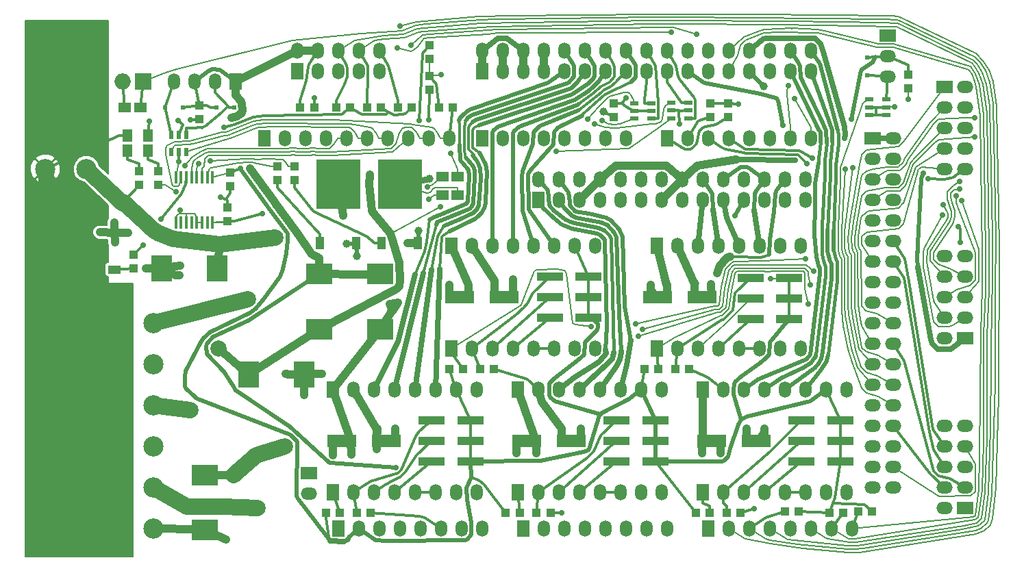
<source format=gtl>
%FSLAX34Y34*%
G04 Gerber Fmt 3.4, Leading zero omitted, Abs format*
G04 (created by PCBNEW (2014-06-10 BZR 4935)-product) date 26/06/2014 07:56:29*
%MOIN*%
G01*
G70*
G90*
G04 APERTURE LIST*
%ADD10C,0.005906*%
%ADD11R,0.141700X0.063000*%
%ADD12R,0.059055X0.051181*%
%ADD13R,0.051181X0.059055*%
%ADD14R,0.039370X0.062992*%
%ADD15R,0.212598X0.244094*%
%ADD16R,0.039400X0.023600*%
%ADD17R,0.062992X0.039370*%
%ADD18R,0.244094X0.212598*%
%ADD19R,0.023600X0.039400*%
%ADD20R,0.059055X0.078740*%
%ADD21O,0.059055X0.078740*%
%ADD22R,0.078740X0.059055*%
%ADD23O,0.078740X0.059055*%
%ADD24R,0.011811X0.062992*%
%ADD25C,0.078740*%
%ADD26C,0.098425*%
%ADD27R,0.127953X0.039370*%
%ADD28R,0.129900X0.098400*%
%ADD29R,0.098400X0.129900*%
%ADD30R,0.078740X0.078740*%
%ADD31O,0.078740X0.078740*%
%ADD32R,0.023622X0.023622*%
%ADD33R,0.039370X0.043307*%
%ADD34R,0.043307X0.039370*%
%ADD35C,0.027559*%
%ADD36C,0.039370*%
%ADD37C,0.019685*%
%ADD38C,0.011811*%
%ADD39C,0.039370*%
%ADD40C,0.007874*%
%ADD41C,0.027559*%
%ADD42C,0.006000*%
%ADD43C,0.006299*%
%ADD44C,0.078740*%
%ADD45C,0.031496*%
%ADD46C,0.017717*%
G04 APERTURE END LIST*
G54D10*
G54D11*
X43667Y-30750D03*
X45833Y-30750D03*
X31417Y-23750D03*
X33583Y-23750D03*
X41057Y-23741D03*
X43223Y-23741D03*
X34667Y-30750D03*
X36833Y-30750D03*
G54D12*
X15874Y-14500D03*
X15125Y-14500D03*
G54D11*
X25667Y-30750D03*
X27833Y-30750D03*
G54D12*
X30575Y-17890D03*
X31324Y-17890D03*
X30580Y-18775D03*
X31329Y-18775D03*
G54D13*
X15250Y-16624D03*
X15250Y-15875D03*
X16250Y-16624D03*
X16250Y-15875D03*
G54D14*
X26397Y-21124D03*
G54D15*
X25500Y-18250D03*
G54D14*
X24602Y-21124D03*
X29397Y-21124D03*
G54D15*
X28500Y-18250D03*
G54D14*
X27602Y-21124D03*
G54D16*
X39913Y-14305D03*
X39913Y-14680D03*
X39913Y-15055D03*
X40745Y-15055D03*
X40745Y-14680D03*
X40745Y-14305D03*
X41704Y-14285D03*
X41704Y-14660D03*
X41704Y-15035D03*
X42536Y-15035D03*
X42536Y-14660D03*
X42536Y-14285D03*
G54D17*
X14624Y-20602D03*
G54D18*
X11750Y-21500D03*
G54D17*
X14624Y-22397D03*
G54D19*
X17375Y-16666D03*
X17750Y-16666D03*
X18125Y-16666D03*
X18125Y-15834D03*
X17750Y-15834D03*
X17375Y-15834D03*
G54D16*
X51334Y-14125D03*
X51334Y-14500D03*
X51334Y-14875D03*
X52166Y-14875D03*
X52166Y-14500D03*
X52166Y-14125D03*
G54D20*
X21900Y-16000D03*
G54D21*
X22900Y-16000D03*
X23900Y-16000D03*
X24900Y-16000D03*
X25900Y-16000D03*
X26900Y-16000D03*
X27900Y-16000D03*
X28900Y-16000D03*
X29900Y-16000D03*
X30900Y-16000D03*
G54D20*
X25500Y-35000D03*
G54D21*
X26500Y-35000D03*
X27500Y-35000D03*
X28500Y-35000D03*
X29500Y-35000D03*
X30500Y-35000D03*
X31500Y-35000D03*
X32500Y-35000D03*
G54D20*
X34500Y-35000D03*
G54D21*
X35500Y-35000D03*
X36500Y-35000D03*
X37500Y-35000D03*
X38500Y-35000D03*
X39500Y-35000D03*
X40500Y-35000D03*
X41500Y-35000D03*
G54D20*
X32500Y-16000D03*
G54D21*
X33500Y-16000D03*
X34500Y-16000D03*
X35500Y-16000D03*
X36500Y-16000D03*
X37500Y-16000D03*
X38500Y-16000D03*
X39500Y-16000D03*
G54D20*
X43500Y-35000D03*
G54D21*
X44500Y-35000D03*
X45500Y-35000D03*
X46500Y-35000D03*
X47500Y-35000D03*
X48500Y-35000D03*
X49500Y-35000D03*
X50500Y-35000D03*
G54D20*
X41500Y-16000D03*
G54D21*
X42500Y-16000D03*
X43500Y-16000D03*
X44500Y-16000D03*
X45500Y-16000D03*
X46500Y-16000D03*
X47500Y-16000D03*
X48500Y-16000D03*
G54D22*
X51500Y-16000D03*
G54D23*
X51500Y-17000D03*
X51500Y-18000D03*
X51500Y-19000D03*
X51500Y-20000D03*
X51500Y-21000D03*
X51500Y-22000D03*
X51500Y-23000D03*
X51500Y-24000D03*
X51500Y-25000D03*
X51500Y-26000D03*
X51500Y-27000D03*
X51500Y-28000D03*
X51500Y-29000D03*
X51500Y-30000D03*
X51500Y-31000D03*
X51500Y-32000D03*
X51500Y-33000D03*
X52500Y-16000D03*
X52500Y-17000D03*
X52500Y-18000D03*
X52500Y-19000D03*
X52500Y-20000D03*
X52500Y-21000D03*
X52500Y-22000D03*
X52500Y-23000D03*
X52500Y-24000D03*
X52500Y-25000D03*
X52500Y-26000D03*
X52500Y-27000D03*
X52500Y-28000D03*
X52500Y-29000D03*
X52500Y-30000D03*
X52500Y-31000D03*
X52500Y-32000D03*
X52500Y-33000D03*
G54D20*
X43250Y-33250D03*
G54D21*
X44250Y-33250D03*
X45250Y-33250D03*
X46250Y-33250D03*
X47250Y-33250D03*
X48250Y-33250D03*
X49250Y-33250D03*
X50250Y-33250D03*
G54D20*
X43250Y-28250D03*
G54D21*
X44250Y-28250D03*
X45250Y-28250D03*
X46250Y-28250D03*
X47250Y-28250D03*
X48250Y-28250D03*
X49250Y-28250D03*
X50250Y-28250D03*
G54D20*
X31000Y-26250D03*
G54D21*
X32000Y-26250D03*
X33000Y-26250D03*
X34000Y-26250D03*
X35000Y-26250D03*
X36000Y-26250D03*
X37000Y-26250D03*
X38000Y-26250D03*
G54D20*
X31000Y-21250D03*
G54D21*
X32000Y-21250D03*
X33000Y-21250D03*
X34000Y-21250D03*
X35000Y-21250D03*
X36000Y-21250D03*
X37000Y-21250D03*
X38000Y-21250D03*
G54D20*
X41000Y-26250D03*
G54D21*
X42000Y-26250D03*
X43000Y-26250D03*
X44000Y-26250D03*
X45000Y-26250D03*
X46000Y-26250D03*
X47000Y-26250D03*
X48000Y-26250D03*
G54D20*
X41000Y-21250D03*
G54D21*
X42000Y-21250D03*
X43000Y-21250D03*
X44000Y-21250D03*
X45000Y-21250D03*
X46000Y-21250D03*
X47000Y-21250D03*
X48000Y-21250D03*
G54D20*
X34250Y-33250D03*
G54D21*
X35250Y-33250D03*
X36250Y-33250D03*
X37250Y-33250D03*
X38250Y-33250D03*
X39250Y-33250D03*
X40250Y-33250D03*
X41250Y-33250D03*
G54D20*
X34250Y-28250D03*
G54D21*
X35250Y-28250D03*
X36250Y-28250D03*
X37250Y-28250D03*
X38250Y-28250D03*
X39250Y-28250D03*
X40250Y-28250D03*
X41250Y-28250D03*
G54D20*
X25250Y-33250D03*
G54D21*
X26250Y-33250D03*
X27250Y-33250D03*
X28250Y-33250D03*
X29250Y-33250D03*
X30250Y-33250D03*
X31250Y-33250D03*
X32250Y-33250D03*
G54D20*
X25250Y-28250D03*
G54D21*
X26250Y-28250D03*
X27250Y-28250D03*
X28250Y-28250D03*
X29250Y-28250D03*
X30250Y-28250D03*
X31250Y-28250D03*
X32250Y-28250D03*
G54D20*
X20500Y-13250D03*
G54D21*
X19500Y-13250D03*
X18500Y-13250D03*
X17500Y-13250D03*
G54D22*
X52250Y-11000D03*
G54D23*
X52250Y-12000D03*
X52250Y-13000D03*
G54D22*
X55000Y-13500D03*
G54D23*
X55000Y-14500D03*
X55000Y-15500D03*
X55000Y-16500D03*
X55000Y-17500D03*
X56000Y-13500D03*
X56000Y-14500D03*
X56000Y-15500D03*
X56000Y-16500D03*
X56000Y-17500D03*
G54D20*
X32500Y-12750D03*
G54D21*
X33500Y-12750D03*
X34500Y-12750D03*
X35500Y-12750D03*
X36500Y-12750D03*
X37500Y-12750D03*
X38500Y-12750D03*
X39500Y-12750D03*
X40500Y-12750D03*
X41500Y-12750D03*
X42500Y-12750D03*
X43500Y-12750D03*
X44500Y-12750D03*
X45500Y-12750D03*
X46500Y-12750D03*
X47500Y-12750D03*
X48500Y-12750D03*
X32500Y-11750D03*
X33500Y-11750D03*
X34500Y-11750D03*
X35500Y-11750D03*
X36500Y-11750D03*
X37500Y-11750D03*
X38500Y-11750D03*
X39500Y-11750D03*
X40500Y-11750D03*
X41500Y-11750D03*
X42500Y-11750D03*
X43500Y-11750D03*
X44500Y-11750D03*
X45500Y-11750D03*
X46500Y-11750D03*
X47500Y-11750D03*
X48500Y-11750D03*
G54D22*
X56000Y-25750D03*
G54D23*
X56000Y-24750D03*
X56000Y-23750D03*
X56000Y-22750D03*
X56000Y-21750D03*
X55000Y-25750D03*
X55000Y-24750D03*
X55000Y-23750D03*
X55000Y-22750D03*
X55000Y-21750D03*
G54D22*
X56000Y-34000D03*
G54D23*
X56000Y-33000D03*
X56000Y-32000D03*
X56000Y-31000D03*
X56000Y-30000D03*
X55000Y-34000D03*
X55000Y-33000D03*
X55000Y-32000D03*
X55000Y-31000D03*
X55000Y-30000D03*
G54D20*
X23500Y-12750D03*
G54D21*
X24500Y-12750D03*
X25500Y-12750D03*
X26500Y-12750D03*
X27500Y-12750D03*
X23500Y-11750D03*
X24500Y-11750D03*
X25500Y-11750D03*
X26500Y-11750D03*
X27500Y-11750D03*
G54D22*
X24080Y-32300D03*
G54D23*
X24080Y-33300D03*
G54D24*
X17604Y-20102D03*
X17860Y-20102D03*
X18116Y-20102D03*
X18372Y-20102D03*
X18627Y-20102D03*
X18883Y-20102D03*
X19139Y-20102D03*
X19395Y-20102D03*
X19395Y-17897D03*
X19139Y-17897D03*
X18883Y-17897D03*
X18627Y-17897D03*
X18372Y-17897D03*
X18116Y-17897D03*
X17860Y-17897D03*
X17604Y-17897D03*
G54D25*
X21568Y-34000D03*
X22931Y-31000D03*
X18318Y-29250D03*
X19681Y-26250D03*
X21102Y-23854D03*
X22465Y-20854D03*
G54D26*
X16500Y-25000D03*
X16500Y-27000D03*
X16500Y-29000D03*
X16500Y-31000D03*
X16500Y-33000D03*
X16500Y-35000D03*
G54D27*
X48064Y-29750D03*
X48064Y-30750D03*
X48064Y-31750D03*
X49935Y-29750D03*
X49935Y-30750D03*
X49935Y-31750D03*
X35814Y-22750D03*
X35814Y-23750D03*
X35814Y-24750D03*
X37685Y-22750D03*
X37685Y-23750D03*
X37685Y-24750D03*
X45588Y-22811D03*
X45588Y-23811D03*
X45588Y-24811D03*
X47458Y-22811D03*
X47458Y-23811D03*
X47458Y-24811D03*
X39064Y-29750D03*
X39064Y-30750D03*
X39064Y-31750D03*
X40935Y-29750D03*
X40935Y-30750D03*
X40935Y-31750D03*
X30064Y-29750D03*
X30064Y-30750D03*
X30064Y-31750D03*
X31935Y-29750D03*
X31935Y-30750D03*
X31935Y-31750D03*
G54D28*
X27548Y-25305D03*
X27548Y-22627D03*
X24575Y-25300D03*
X24575Y-22622D03*
X19000Y-35089D03*
X19000Y-32411D03*
G54D29*
X23839Y-27500D03*
X21161Y-27500D03*
X16930Y-22330D03*
X19608Y-22330D03*
G54D26*
X13250Y-17500D03*
X11250Y-17500D03*
G54D30*
X16000Y-13250D03*
G54D31*
X15000Y-13250D03*
G54D32*
X20433Y-14500D03*
X19566Y-14500D03*
X17066Y-14500D03*
X17933Y-14500D03*
X51250Y-12933D03*
X51250Y-12066D03*
G54D33*
X53250Y-12915D03*
X53250Y-13584D03*
X18750Y-14415D03*
X18750Y-15084D03*
G54D34*
X23665Y-14500D03*
X24334Y-14500D03*
G54D33*
X38920Y-14984D03*
X38920Y-14315D03*
G54D34*
X29084Y-14500D03*
X28415Y-14500D03*
X27584Y-14500D03*
X26915Y-14500D03*
X26084Y-14500D03*
X25415Y-14500D03*
G54D33*
X16750Y-17615D03*
X16750Y-18284D03*
G54D34*
X26415Y-34250D03*
X27084Y-34250D03*
X24915Y-34250D03*
X25584Y-34250D03*
X31084Y-14500D03*
X30415Y-14500D03*
G54D33*
X15563Y-21670D03*
X15563Y-22339D03*
G54D34*
X47251Y-34169D03*
X47921Y-34169D03*
X35165Y-34250D03*
X35834Y-34250D03*
G54D33*
X15800Y-17615D03*
X15800Y-18284D03*
G54D34*
X33665Y-34250D03*
X34334Y-34250D03*
X41915Y-27250D03*
X42584Y-27250D03*
X40415Y-27250D03*
X41084Y-27250D03*
X49415Y-34250D03*
X50084Y-34250D03*
X32415Y-27250D03*
X33084Y-27250D03*
X51493Y-34183D03*
X50824Y-34183D03*
G54D33*
X29953Y-13657D03*
X29953Y-12988D03*
X23386Y-17374D03*
X23386Y-18043D03*
G54D34*
X30915Y-27250D03*
X31584Y-27250D03*
X44415Y-34250D03*
X45084Y-34250D03*
G54D33*
X29941Y-11481D03*
X29941Y-12150D03*
X22562Y-17371D03*
X22562Y-18041D03*
G54D34*
X42915Y-34250D03*
X43584Y-34250D03*
G54D33*
X43620Y-14994D03*
X43620Y-14325D03*
X44490Y-14984D03*
X44490Y-14315D03*
X20105Y-20060D03*
X20105Y-19391D03*
X20250Y-17665D03*
X20250Y-18334D03*
G54D20*
X35250Y-19000D03*
G54D21*
X36250Y-19000D03*
X37250Y-19000D03*
X38250Y-19000D03*
X39250Y-19000D03*
X40250Y-19000D03*
X41250Y-19000D03*
X42250Y-19000D03*
X43250Y-19000D03*
X44250Y-19000D03*
X45250Y-19000D03*
X46250Y-19000D03*
X47250Y-19000D03*
X48250Y-19000D03*
X35250Y-18000D03*
X36250Y-18000D03*
X37250Y-18000D03*
X38250Y-18000D03*
X39250Y-18000D03*
X40250Y-18000D03*
X41250Y-18000D03*
X42250Y-18000D03*
X43250Y-18000D03*
X44250Y-18000D03*
X45250Y-18000D03*
X46250Y-18000D03*
X47250Y-18000D03*
X48250Y-18000D03*
G54D35*
X50468Y-15066D03*
X47152Y-15370D03*
X43953Y-22573D03*
X26398Y-22634D03*
G54D36*
X21219Y-17488D03*
G54D35*
X22488Y-19240D03*
X21820Y-19669D03*
G54D36*
X20319Y-15008D03*
X38403Y-14721D03*
G54D35*
X28315Y-32042D03*
X47757Y-17084D03*
X50155Y-16001D03*
X53967Y-17700D03*
X29465Y-15132D03*
X17613Y-18602D03*
X18058Y-17341D03*
X29052Y-11476D03*
X42964Y-10954D03*
X56496Y-15006D03*
X28375Y-11596D03*
X41702Y-10860D03*
X56493Y-15934D03*
X48239Y-21869D03*
X39970Y-25060D03*
X37827Y-25178D03*
X48633Y-22479D03*
X40330Y-25310D03*
X48475Y-23152D03*
X40100Y-25660D03*
X48388Y-24081D03*
X29902Y-15106D03*
X55780Y-21090D03*
X55670Y-20300D03*
X44976Y-14344D03*
G54D36*
X46210Y-13480D03*
G54D35*
X24362Y-14060D03*
X45741Y-34043D03*
G54D36*
X23010Y-27511D03*
G54D35*
X16315Y-15193D03*
X30508Y-12908D03*
X52590Y-14495D03*
X53241Y-14127D03*
X36372Y-34240D03*
X17700Y-15150D03*
X19788Y-18879D03*
X17803Y-19516D03*
X18303Y-15109D03*
G54D36*
X14600Y-20100D03*
X26400Y-21750D03*
X29400Y-20520D03*
X25900Y-21150D03*
G54D35*
X17754Y-17133D03*
G54D36*
X17770Y-22680D03*
X13920Y-20590D03*
X14650Y-21080D03*
X15280Y-20600D03*
X17800Y-22210D03*
X16140Y-22340D03*
X23840Y-28500D03*
X24720Y-27490D03*
X28880Y-21120D03*
X46240Y-30150D03*
X34020Y-22880D03*
X43650Y-23120D03*
X33120Y-22930D03*
X42867Y-23088D03*
X17970Y-35040D03*
X20060Y-35550D03*
X45370Y-30140D03*
X28280Y-30150D03*
X27400Y-30160D03*
X37320Y-30140D03*
X36380Y-30140D03*
G54D35*
X54229Y-17990D03*
X39511Y-14051D03*
X42118Y-15310D03*
G54D36*
X28406Y-24023D03*
X31840Y-23130D03*
X30909Y-23155D03*
X41509Y-23130D03*
X40722Y-23144D03*
X28010Y-24080D03*
X28140Y-24410D03*
X25250Y-31430D03*
X26150Y-31400D03*
X34190Y-31350D03*
X35150Y-31340D03*
X43200Y-31340D03*
X44120Y-31350D03*
G54D35*
X20758Y-17478D03*
X19937Y-15468D03*
X46540Y-22838D03*
X28515Y-10532D03*
X37663Y-15070D03*
X37986Y-15307D03*
X38360Y-15143D03*
X36105Y-16640D03*
X48320Y-17250D03*
X48572Y-16967D03*
X50195Y-17504D03*
X50550Y-17450D03*
X30486Y-19340D03*
G54D36*
X27030Y-18255D03*
X27040Y-17780D03*
G54D35*
X30996Y-16735D03*
G54D36*
X25735Y-19770D03*
X29935Y-17970D03*
G54D35*
X44803Y-19786D03*
X55764Y-18097D03*
X55588Y-18800D03*
X54961Y-19236D03*
X55755Y-18463D03*
X55840Y-19056D03*
X54908Y-19753D03*
X29858Y-18386D03*
X29925Y-18963D03*
X18707Y-17242D03*
X19288Y-17112D03*
X16868Y-19962D03*
X16030Y-21219D03*
X47729Y-14090D03*
X47429Y-13434D03*
G54D37*
X51527Y-12307D02*
X51658Y-12039D01*
X51015Y-12654D02*
X51527Y-12307D01*
X50957Y-12721D02*
X51015Y-12654D01*
X50468Y-15066D02*
X50957Y-12721D01*
G54D38*
X52249Y-12000D02*
X52250Y-12000D01*
X51658Y-12039D02*
X52249Y-12000D01*
X51250Y-12066D02*
X51658Y-12039D01*
G54D37*
X43199Y-13247D02*
X42500Y-12750D01*
X43303Y-13322D02*
X43199Y-13247D01*
X46044Y-13858D02*
X43303Y-13322D01*
X46790Y-14034D02*
X46044Y-13858D01*
X46843Y-14086D02*
X46790Y-14034D01*
X46899Y-14192D02*
X46843Y-14086D01*
X47152Y-15370D02*
X46899Y-14192D01*
X46815Y-18593D02*
X47250Y-18000D01*
X46771Y-18762D02*
X46815Y-18593D01*
X46703Y-19568D02*
X46771Y-18762D01*
X46525Y-20962D02*
X46703Y-19568D01*
X46488Y-21672D02*
X46525Y-20962D01*
G54D38*
X46226Y-21772D02*
X46488Y-21672D01*
X46059Y-21797D02*
X46226Y-21772D01*
X44854Y-21782D02*
X46059Y-21797D01*
X44571Y-21763D02*
X44854Y-21782D01*
G54D39*
X44464Y-21817D02*
X44571Y-21763D01*
X44372Y-21870D02*
X44464Y-21817D01*
X44068Y-22197D02*
X44372Y-21870D01*
X43953Y-22573D02*
X44068Y-22197D01*
X26533Y-22634D02*
X26398Y-22634D01*
X27188Y-22638D02*
X27598Y-22638D01*
X26533Y-22634D02*
X27188Y-22638D01*
X24575Y-22622D02*
X26533Y-22634D01*
X27598Y-22638D02*
X27646Y-22638D01*
X27548Y-22627D02*
X27598Y-22638D01*
G54D37*
X21158Y-24880D02*
X24575Y-22622D01*
X19430Y-25690D02*
X21158Y-24880D01*
X19135Y-25986D02*
X19430Y-25690D01*
X19118Y-26006D02*
X19135Y-25986D01*
X19083Y-26129D02*
X19118Y-26006D01*
X19114Y-26509D02*
X19083Y-26129D01*
X19948Y-27386D02*
X19114Y-26509D01*
X20369Y-28044D02*
X19948Y-27386D01*
X20515Y-28274D02*
X20369Y-28044D01*
X20369Y-28044D02*
X20369Y-28044D01*
X20520Y-28278D02*
X20369Y-28044D01*
X23163Y-30046D02*
X20520Y-28278D01*
X25042Y-31771D02*
X23163Y-30046D01*
X25117Y-31803D02*
X25042Y-31771D01*
X28315Y-32042D02*
X25117Y-31803D01*
G54D39*
X23500Y-11750D02*
X24500Y-11750D01*
X20500Y-13250D02*
X23500Y-11750D01*
G54D38*
X19086Y-14415D02*
X18750Y-14415D01*
X19309Y-14500D02*
X19086Y-14415D01*
X19566Y-14500D02*
X19309Y-14500D01*
G54D39*
X22429Y-19108D02*
X22453Y-19163D01*
X21219Y-17488D02*
X22429Y-19108D01*
X22453Y-19163D02*
X22457Y-19171D01*
X22453Y-19163D02*
X22452Y-19163D01*
X22457Y-19171D02*
X22488Y-19240D01*
G54D38*
X22457Y-19171D02*
X22457Y-19171D01*
X20441Y-20060D02*
X21820Y-19669D01*
X20105Y-20060D02*
X20441Y-20060D01*
G54D39*
X23468Y-20574D02*
X22457Y-19171D01*
X23468Y-20575D02*
X23468Y-20574D01*
X24207Y-21652D02*
X23468Y-20575D01*
X24575Y-21853D02*
X24207Y-21652D01*
X24575Y-22622D02*
X24575Y-21853D01*
X20567Y-14933D02*
X20319Y-15008D01*
X20702Y-14853D02*
X20567Y-14933D01*
X20800Y-14777D02*
X20702Y-14853D01*
X20833Y-14669D02*
X20800Y-14777D01*
X20829Y-14322D02*
X20833Y-14669D01*
X20797Y-14220D02*
X20829Y-14322D01*
X20500Y-13920D02*
X20797Y-14220D01*
X20500Y-13250D02*
X20500Y-13920D01*
G54D38*
X24085Y-12411D02*
X24500Y-11750D01*
X24048Y-12537D02*
X24085Y-12411D01*
X23949Y-13205D02*
X24048Y-12537D01*
X23665Y-14163D02*
X23949Y-13205D01*
X23665Y-14500D02*
X23665Y-14163D01*
X22488Y-19240D02*
X22428Y-19180D01*
G54D40*
X19395Y-20102D02*
X20105Y-20060D01*
G54D38*
X52250Y-12000D02*
X53240Y-12433D01*
G54D40*
X20147Y-20122D02*
X20277Y-20122D01*
X19395Y-20102D02*
X20147Y-20122D01*
G54D38*
X18500Y-13250D02*
X18750Y-14415D01*
G54D37*
X19747Y-12684D02*
X20500Y-13250D01*
X19382Y-12651D02*
X19747Y-12684D01*
X19173Y-12748D02*
X19382Y-12651D01*
X18500Y-13250D02*
X19173Y-12748D01*
G54D38*
X53250Y-12915D02*
X53240Y-12443D01*
X17933Y-14500D02*
X18750Y-14415D01*
X38920Y-14984D02*
X38403Y-14721D01*
G54D41*
X53700Y-22286D02*
X53711Y-22347D01*
X54355Y-25818D02*
X53700Y-22286D01*
X54413Y-26008D02*
X54355Y-25818D01*
X54695Y-26269D02*
X54413Y-26008D01*
X55317Y-26266D02*
X54695Y-26269D01*
X56000Y-25750D02*
X55317Y-26266D01*
G54D39*
X38250Y-18000D02*
X37250Y-19000D01*
X41250Y-19000D02*
X42250Y-18000D01*
G54D41*
X44885Y-17035D02*
X47757Y-17084D01*
X51500Y-16000D02*
X52500Y-16000D01*
X46194Y-11189D02*
X45500Y-11750D01*
X46313Y-11138D02*
X46194Y-11189D01*
X48712Y-11138D02*
X46313Y-11138D01*
X48991Y-11417D02*
X48712Y-11138D01*
X49126Y-11806D02*
X48991Y-11417D01*
X50132Y-15461D02*
X49126Y-11806D01*
X50166Y-15850D02*
X50132Y-15461D01*
X50155Y-16001D02*
X50166Y-15850D01*
G54D37*
X53679Y-21823D02*
X53700Y-21420D01*
X53870Y-17990D02*
X53679Y-21823D01*
X53967Y-17700D02*
X53870Y-17990D01*
X53700Y-22350D02*
X53700Y-22286D01*
X53679Y-21823D02*
X53700Y-22350D01*
G54D39*
X41487Y-17329D02*
X42250Y-18000D01*
X41012Y-17329D02*
X41487Y-17329D01*
X40997Y-17344D02*
X41012Y-17329D01*
X40487Y-17329D02*
X40997Y-17344D01*
X40012Y-17329D02*
X40487Y-17329D01*
X39929Y-17360D02*
X40012Y-17329D01*
X39487Y-17329D02*
X39929Y-17360D01*
X39012Y-17329D02*
X39487Y-17329D01*
X38250Y-18000D02*
X39012Y-17329D01*
X43169Y-17309D02*
X44885Y-17035D01*
X42986Y-17352D02*
X43169Y-17309D01*
X42250Y-18000D02*
X42986Y-17352D01*
G54D38*
X25584Y-34250D02*
X25250Y-33250D01*
X26934Y-12471D02*
X26500Y-11750D01*
X26934Y-13028D02*
X26934Y-12471D01*
X26915Y-14163D02*
X26934Y-13028D01*
X26915Y-14500D02*
X26915Y-14163D01*
G54D40*
X27288Y-11245D02*
X26500Y-11750D01*
X27761Y-11177D02*
X27288Y-11245D01*
X28754Y-11107D02*
X27761Y-11177D01*
X29431Y-10843D02*
X28754Y-11107D01*
X29656Y-10809D02*
X29431Y-10843D01*
X32950Y-10565D02*
X29656Y-10809D01*
X40868Y-10444D02*
X32950Y-10565D01*
X41874Y-10444D02*
X40868Y-10444D01*
X46996Y-10476D02*
X41874Y-10444D01*
X52649Y-10577D02*
X46996Y-10476D01*
X52690Y-10588D02*
X52649Y-10577D01*
X56345Y-12361D02*
X52690Y-10588D01*
X56485Y-12500D02*
X56345Y-12361D01*
X56693Y-12857D02*
X56485Y-12500D01*
X56883Y-13390D02*
X56693Y-12857D01*
X57072Y-14768D02*
X56883Y-13390D01*
X57177Y-21545D02*
X57072Y-14768D01*
X57174Y-23417D02*
X57177Y-21545D01*
X57088Y-25655D02*
X57174Y-23417D01*
X57072Y-30619D02*
X57088Y-25655D01*
X56997Y-33247D02*
X57072Y-30619D01*
X56831Y-34516D02*
X56997Y-33247D01*
X56761Y-34592D02*
X56831Y-34516D01*
X56567Y-34739D02*
X56761Y-34592D01*
X55944Y-34874D02*
X56567Y-34739D01*
X50722Y-35675D02*
X55944Y-34874D01*
X50371Y-35687D02*
X50722Y-35675D01*
X49347Y-35516D02*
X50371Y-35687D01*
X49254Y-35480D02*
X49347Y-35516D01*
X48500Y-35000D02*
X49254Y-35480D01*
X47584Y-10654D02*
X47584Y-10664D01*
X45262Y-11068D02*
X44500Y-11750D01*
X46113Y-10731D02*
X45262Y-11068D01*
X46266Y-10715D02*
X46113Y-10731D01*
X46276Y-10715D02*
X46266Y-10715D01*
X47584Y-10654D02*
X46276Y-10715D01*
G54D38*
X50084Y-34250D02*
X49500Y-35000D01*
G54D40*
X48824Y-10715D02*
X47584Y-10654D01*
X49194Y-10773D02*
X48824Y-10715D01*
X51766Y-11400D02*
X49194Y-10773D01*
X51830Y-11414D02*
X51766Y-11400D01*
X52525Y-11414D02*
X51830Y-11414D01*
X56280Y-12520D02*
X52525Y-11414D01*
X56358Y-12598D02*
X56280Y-12520D01*
X56515Y-12867D02*
X56358Y-12598D01*
X56720Y-13427D02*
X56515Y-12867D01*
X56912Y-14834D02*
X56720Y-13427D01*
X57006Y-21649D02*
X56912Y-14834D01*
X57012Y-23077D02*
X57006Y-21649D01*
X57007Y-23465D02*
X57012Y-23077D01*
X56929Y-25594D02*
X57007Y-23465D01*
X56907Y-30809D02*
X56929Y-25594D01*
X56841Y-33143D02*
X56907Y-30809D01*
X56692Y-34285D02*
X56841Y-33143D01*
X56653Y-34473D02*
X56692Y-34285D01*
X56492Y-34591D02*
X56653Y-34473D01*
X50661Y-35512D02*
X56492Y-34591D01*
X50341Y-35517D02*
X50661Y-35512D01*
X49500Y-35000D02*
X50341Y-35517D01*
G54D38*
X50824Y-34183D02*
X50500Y-35000D01*
G54D40*
X44950Y-11966D02*
X44500Y-12750D01*
X45085Y-11479D02*
X44950Y-11966D01*
X45327Y-11237D02*
X45085Y-11479D01*
G54D42*
X46221Y-10884D02*
X45327Y-11237D01*
X46942Y-10841D02*
X46221Y-10884D01*
X48842Y-10881D02*
X46942Y-10841D01*
G54D40*
X51721Y-11569D02*
X48842Y-10881D01*
X51846Y-11576D02*
X51721Y-11569D01*
X52515Y-11585D02*
X51846Y-11576D01*
X56214Y-12679D02*
X52515Y-11585D01*
X56231Y-12696D02*
X56214Y-12679D01*
X56334Y-12874D02*
X56231Y-12696D01*
X56476Y-13236D02*
X56334Y-12874D01*
X56562Y-13498D02*
X56476Y-13236D01*
X56754Y-14907D02*
X56562Y-13498D01*
X56842Y-21683D02*
X56754Y-14907D01*
X56849Y-23304D02*
X56842Y-21683D01*
X56770Y-25523D02*
X56849Y-23304D01*
G54D43*
X56728Y-31521D02*
X56770Y-25523D01*
X56683Y-33127D02*
X56728Y-31521D01*
X56511Y-34369D02*
X56683Y-33127D01*
G54D40*
X56424Y-34439D02*
X56511Y-34369D01*
X50500Y-35000D02*
X56424Y-34439D01*
G54D38*
X43584Y-33913D02*
X43584Y-34250D01*
X43250Y-33782D02*
X43584Y-33913D01*
X43250Y-33250D02*
X43250Y-33782D01*
G54D40*
X28139Y-16669D02*
X28900Y-16000D01*
X25203Y-16830D02*
X28139Y-16669D01*
X24596Y-16830D02*
X25203Y-16830D01*
X24219Y-16814D02*
X24596Y-16830D01*
X24203Y-16830D02*
X24219Y-16814D01*
X23596Y-16830D02*
X24203Y-16830D01*
X23227Y-16806D02*
X23596Y-16830D01*
X23203Y-16830D02*
X23227Y-16806D01*
X19230Y-16830D02*
X23203Y-16830D01*
X19181Y-16855D02*
X19230Y-16830D01*
X19031Y-17006D02*
X19181Y-16855D01*
X18967Y-17392D02*
X19031Y-17006D01*
X18883Y-17463D02*
X18967Y-17392D01*
X18883Y-17897D02*
X18883Y-17463D01*
G54D38*
X29601Y-11882D02*
X29941Y-11481D01*
X29465Y-15132D02*
X29601Y-11882D01*
G54D40*
X25485Y-16000D02*
X25900Y-16000D01*
X25314Y-16270D02*
X25485Y-16000D01*
X25071Y-16513D02*
X25314Y-16270D01*
X24728Y-16513D02*
X25071Y-16513D01*
X24102Y-16482D02*
X24728Y-16513D01*
X24071Y-16513D02*
X24102Y-16482D01*
X23728Y-16513D02*
X24071Y-16513D01*
X23249Y-16464D02*
X23728Y-16513D01*
X23102Y-16482D02*
X23249Y-16464D01*
X23071Y-16513D02*
X23102Y-16482D01*
X22728Y-16513D02*
X23071Y-16513D01*
X22709Y-16508D02*
X22728Y-16513D01*
X22241Y-16513D02*
X22709Y-16508D01*
X19147Y-16513D02*
X22241Y-16513D01*
X18842Y-16662D02*
X19147Y-16513D01*
X18512Y-16852D02*
X18842Y-16662D01*
X18392Y-16950D02*
X18512Y-16852D01*
X18064Y-17335D02*
X18392Y-16950D01*
X18058Y-17341D02*
X18064Y-17335D01*
X17066Y-18284D02*
X16750Y-18284D01*
X17613Y-18602D02*
X17066Y-18284D01*
X29600Y-10982D02*
X29052Y-11476D01*
X29946Y-10955D02*
X29600Y-10982D01*
X33237Y-10726D02*
X29946Y-10955D01*
X33326Y-10721D02*
X33237Y-10726D01*
X33363Y-10721D02*
X33326Y-10721D01*
X41594Y-10604D02*
X33363Y-10721D01*
X41595Y-10603D02*
X41594Y-10604D01*
X41805Y-10603D02*
X41595Y-10603D01*
X42964Y-10954D02*
X41805Y-10603D01*
X56062Y-15006D02*
X56496Y-15006D01*
X54727Y-15087D02*
X56062Y-15006D01*
X54497Y-15317D02*
X54727Y-15087D01*
X53214Y-17076D02*
X54497Y-15317D01*
X53169Y-17223D02*
X53214Y-17076D01*
X53101Y-17312D02*
X53169Y-17223D01*
X52885Y-17529D02*
X53101Y-17312D01*
X52814Y-17585D02*
X52885Y-17529D01*
X52244Y-17585D02*
X52814Y-17585D01*
X52109Y-17630D02*
X52244Y-17585D01*
X51500Y-18000D02*
X52109Y-17630D01*
X33394Y-10879D02*
X41702Y-10860D01*
X33331Y-10880D02*
X33394Y-10879D01*
X33252Y-10884D02*
X33331Y-10880D01*
X32814Y-10942D02*
X33252Y-10884D01*
X29951Y-11118D02*
X32814Y-10942D01*
X29672Y-11139D02*
X29951Y-11118D01*
X29372Y-11539D02*
X29672Y-11139D01*
X29175Y-11721D02*
X29372Y-11539D01*
X29058Y-11766D02*
X29175Y-11721D01*
X28375Y-11596D02*
X29058Y-11766D01*
X54761Y-16064D02*
X56493Y-15934D01*
X54554Y-16223D02*
X54761Y-16064D01*
X53525Y-17247D02*
X54554Y-16223D01*
X53525Y-17247D02*
X53525Y-17247D01*
X53462Y-17357D02*
X53525Y-17247D01*
X53386Y-17578D02*
X53462Y-17357D01*
X53214Y-18058D02*
X53386Y-17578D01*
X53129Y-18316D02*
X53214Y-18058D01*
X52837Y-18574D02*
X53129Y-18316D01*
X52229Y-18585D02*
X52837Y-18574D01*
X51500Y-19000D02*
X52229Y-18585D01*
X46140Y-21979D02*
X48239Y-21869D01*
X44771Y-22018D02*
X46140Y-21979D01*
X44764Y-22020D02*
X44771Y-22018D01*
X44634Y-22085D02*
X44764Y-22020D01*
X44352Y-22367D02*
X44634Y-22085D01*
X44164Y-23239D02*
X44352Y-22367D01*
X44048Y-24109D02*
X44164Y-23239D01*
X43982Y-24175D02*
X44048Y-24109D01*
X43807Y-24175D02*
X43982Y-24175D01*
X39970Y-25060D02*
X43807Y-24175D01*
X37034Y-25069D02*
X37827Y-25178D01*
X36991Y-25062D02*
X37034Y-25069D01*
X36925Y-24996D02*
X36991Y-25062D01*
X36624Y-22602D02*
X36925Y-24996D01*
X36557Y-22485D02*
X36624Y-22602D01*
X36513Y-22436D02*
X36557Y-22485D01*
X36156Y-22395D02*
X36513Y-22436D01*
X35179Y-22415D02*
X36156Y-22395D01*
X35108Y-22448D02*
X35179Y-22415D01*
X35063Y-22485D02*
X35108Y-22448D01*
X34430Y-24096D02*
X35063Y-22485D01*
X34348Y-24182D02*
X34430Y-24096D01*
X31000Y-26250D02*
X34348Y-24182D01*
G54D38*
X31000Y-26451D02*
X31002Y-26450D01*
X31000Y-26450D02*
X31000Y-26451D01*
X31000Y-26250D02*
X31000Y-26450D01*
X31000Y-26451D02*
X31584Y-27250D01*
G54D40*
X48279Y-22177D02*
X48633Y-22479D01*
X46637Y-22177D02*
X48279Y-22177D01*
X46412Y-22180D02*
X46637Y-22177D01*
X46409Y-22177D02*
X46412Y-22180D01*
X44806Y-22177D02*
X46409Y-22177D01*
G54D43*
X44728Y-22216D02*
X44806Y-22177D01*
X44511Y-22433D02*
X44728Y-22216D01*
X44323Y-23305D02*
X44511Y-22433D01*
G54D40*
X44207Y-24175D02*
X44323Y-23305D01*
X44048Y-24334D02*
X44207Y-24175D01*
X43861Y-24334D02*
X44048Y-24334D01*
X40330Y-25310D02*
X43861Y-24334D01*
X48376Y-22690D02*
X48475Y-23152D01*
X48376Y-22499D02*
X48376Y-22690D01*
X48213Y-22336D02*
X48376Y-22499D01*
X46703Y-22336D02*
X48213Y-22336D01*
X46348Y-22340D02*
X46703Y-22336D01*
X46343Y-22336D02*
X46348Y-22340D01*
X44844Y-22336D02*
X46343Y-22336D01*
X44822Y-22346D02*
X44844Y-22336D01*
X44670Y-22499D02*
X44822Y-22346D01*
X44481Y-23371D02*
X44670Y-22499D01*
G54D43*
X44366Y-24241D02*
X44481Y-23371D01*
X44113Y-24493D02*
X44366Y-24241D01*
G54D40*
X43974Y-24493D02*
X44113Y-24493D01*
X40100Y-25660D02*
X43974Y-24493D01*
X48217Y-23347D02*
X48388Y-24081D01*
G54D43*
X48217Y-22565D02*
X48217Y-23347D01*
X48147Y-22495D02*
X48217Y-22565D01*
X46769Y-22495D02*
X48147Y-22495D01*
G54D40*
X46283Y-22501D02*
X46769Y-22495D01*
X46277Y-22495D02*
X46283Y-22501D01*
G54D43*
X44899Y-22495D02*
X46277Y-22495D01*
X44829Y-22565D02*
X44899Y-22495D01*
X44640Y-23437D02*
X44829Y-22565D01*
G54D40*
X44525Y-24306D02*
X44640Y-23437D01*
X44179Y-24652D02*
X44525Y-24306D01*
X44107Y-24652D02*
X44179Y-24652D01*
X41875Y-25705D02*
X44107Y-24652D01*
X41000Y-26250D02*
X41875Y-25705D01*
G54D38*
X41084Y-27250D02*
X41000Y-26250D01*
G54D40*
X30485Y-16000D02*
X30900Y-16000D01*
X30325Y-15713D02*
X30485Y-16000D01*
X30167Y-15549D02*
X30325Y-15713D01*
X30067Y-15487D02*
X30167Y-15549D01*
X29358Y-15389D02*
X30067Y-15487D01*
X28966Y-15296D02*
X29358Y-15389D01*
X25272Y-15121D02*
X28966Y-15296D01*
X21838Y-15107D02*
X25272Y-15121D01*
X21392Y-15175D02*
X21838Y-15107D01*
X20044Y-15726D02*
X21392Y-15175D01*
X19857Y-15726D02*
X20044Y-15726D01*
X18269Y-16150D02*
X19857Y-15726D01*
X17537Y-16192D02*
X18269Y-16150D01*
X17228Y-16341D02*
X17537Y-16192D01*
X17147Y-16393D02*
X17228Y-16341D01*
X17118Y-16538D02*
X17147Y-16393D01*
X17118Y-16826D02*
X17118Y-16538D01*
X17401Y-18221D02*
X17118Y-16826D01*
X17459Y-18310D02*
X17401Y-18221D01*
X17506Y-18332D02*
X17459Y-18310D01*
X17727Y-18332D02*
X17506Y-18332D01*
X17793Y-18265D02*
X17727Y-18332D01*
X17860Y-17897D02*
X17793Y-18265D01*
G54D38*
X30900Y-16000D02*
X31084Y-14500D01*
G54D40*
X29485Y-16000D02*
X29900Y-16000D01*
X29322Y-15707D02*
X29485Y-16000D01*
X29075Y-15490D02*
X29322Y-15707D01*
X28814Y-15464D02*
X29075Y-15490D01*
X28665Y-15512D02*
X28814Y-15464D01*
X28466Y-15746D02*
X28665Y-15512D01*
X28314Y-16270D02*
X28466Y-15746D01*
X28072Y-16512D02*
X28314Y-16270D01*
X25137Y-16672D02*
X28072Y-16512D01*
X24662Y-16672D02*
X25137Y-16672D01*
X24160Y-16649D02*
X24662Y-16672D01*
X24137Y-16672D02*
X24160Y-16649D01*
X23662Y-16672D02*
X24137Y-16672D01*
X23170Y-16638D02*
X23662Y-16672D01*
X23137Y-16672D02*
X23170Y-16638D01*
X19185Y-16672D02*
X23137Y-16672D01*
X19009Y-16762D02*
X19185Y-16672D01*
X18586Y-16999D02*
X19009Y-16762D01*
X18450Y-17135D02*
X18586Y-16999D01*
X18372Y-17463D02*
X18450Y-17135D01*
X18372Y-17897D02*
X18372Y-17463D01*
G54D38*
X29953Y-13677D02*
X29953Y-13657D01*
X29902Y-15106D02*
X29953Y-13677D01*
X55780Y-20410D02*
X55780Y-21090D01*
X55670Y-20300D02*
X55780Y-20410D01*
X44490Y-14315D02*
X44976Y-14344D01*
G54D37*
X45500Y-12750D02*
X45500Y-12770D01*
X45500Y-12770D02*
X46210Y-13480D01*
G54D40*
X52587Y-14495D02*
X52166Y-14500D01*
X52590Y-14495D02*
X52587Y-14495D01*
G54D38*
X52166Y-14500D02*
X52166Y-14524D01*
X51670Y-14500D02*
X51670Y-14875D01*
X24334Y-14500D02*
X24362Y-14060D01*
G54D39*
X43143Y-23726D02*
X43224Y-23741D01*
X42890Y-23680D02*
X43143Y-23726D01*
G54D37*
X43224Y-23741D02*
X43143Y-23726D01*
X46240Y-30150D02*
X45833Y-30750D01*
G54D39*
X27390Y-30650D02*
X27380Y-31140D01*
X27400Y-30160D02*
X27390Y-30650D01*
G54D38*
X45084Y-34250D02*
X45741Y-34043D01*
G54D39*
X23013Y-27491D02*
X22943Y-27481D01*
X23070Y-27500D02*
X23013Y-27491D01*
X23839Y-27500D02*
X23070Y-27500D01*
G54D37*
X23013Y-27491D02*
X23010Y-27511D01*
G54D38*
X20105Y-19035D02*
X20105Y-19391D01*
X20038Y-18987D02*
X20105Y-19035D01*
X20004Y-18963D02*
X20038Y-18987D01*
X19788Y-18879D02*
X20004Y-18963D01*
X20250Y-18690D02*
X20250Y-18334D01*
X20038Y-18987D02*
X20250Y-18690D01*
X16250Y-15875D02*
X16315Y-15193D01*
G54D40*
X29953Y-12988D02*
X30508Y-12908D01*
X29941Y-12150D02*
X29953Y-12988D01*
G54D38*
X30286Y-13381D02*
X29953Y-12988D01*
X30415Y-14500D02*
X30286Y-13381D01*
X30415Y-14500D02*
X30366Y-14540D01*
X30415Y-14500D02*
X30415Y-14500D01*
G54D40*
X17750Y-17002D02*
X17754Y-17133D01*
X17750Y-16976D02*
X17750Y-17002D01*
G54D38*
X17750Y-17002D02*
X17750Y-17002D01*
X17750Y-16665D02*
X17750Y-16976D01*
X29712Y-34477D02*
X30500Y-35000D01*
X29444Y-34417D02*
X29712Y-34477D01*
X27084Y-34250D02*
X29444Y-34417D01*
G54D40*
X53250Y-13584D02*
X53241Y-14127D01*
G54D38*
X36339Y-34240D02*
X36372Y-34240D01*
X35834Y-34250D02*
X36339Y-34240D01*
G54D39*
X17570Y-22680D02*
X16930Y-22330D01*
X17770Y-22680D02*
X17570Y-22680D01*
G54D40*
X17803Y-19667D02*
X18116Y-19667D01*
X17745Y-19667D02*
X17803Y-19667D01*
X17657Y-19767D02*
X17745Y-19667D01*
X17604Y-20102D02*
X17657Y-19767D01*
X17803Y-19667D02*
X17803Y-19516D01*
X18116Y-20102D02*
X18116Y-19667D01*
X17604Y-17897D02*
X17754Y-17133D01*
G54D38*
X43624Y-27736D02*
X44250Y-28250D01*
X43467Y-27643D02*
X43624Y-27736D01*
X42584Y-27250D02*
X43467Y-27643D01*
X18750Y-15084D02*
X18303Y-15109D01*
G54D39*
X14624Y-20602D02*
X14600Y-20100D01*
G54D37*
X26397Y-21124D02*
X26400Y-21750D01*
X26497Y-21124D02*
X26000Y-21150D01*
X29397Y-21124D02*
X29400Y-20520D01*
G54D40*
X18882Y-20102D02*
X18883Y-20102D01*
X18627Y-20102D02*
X18882Y-20102D01*
X18627Y-20102D02*
X18627Y-20102D01*
X18473Y-19667D02*
X18116Y-19667D01*
X18512Y-19683D02*
X18473Y-19667D01*
X18570Y-19770D02*
X18512Y-19683D01*
X18627Y-20102D02*
X18570Y-19770D01*
G54D38*
X17932Y-15353D02*
X17700Y-15150D01*
X17750Y-15834D02*
X17932Y-15353D01*
X34700Y-27761D02*
X35250Y-28250D01*
X34513Y-27689D02*
X34700Y-27761D01*
X33084Y-27250D02*
X34513Y-27689D01*
G54D39*
X14624Y-20602D02*
X13920Y-20590D01*
X14624Y-20602D02*
X14650Y-21080D01*
X14624Y-20602D02*
X15280Y-20600D01*
X16930Y-22330D02*
X17800Y-22210D01*
X16930Y-22330D02*
X16140Y-22340D01*
X23839Y-27500D02*
X23840Y-28500D01*
X23839Y-27500D02*
X24720Y-27490D01*
X29397Y-21124D02*
X28880Y-21120D01*
X36370Y-30720D02*
X36832Y-30750D01*
X37280Y-30680D02*
X36832Y-30750D01*
X27410Y-30670D02*
X27832Y-30750D01*
X28260Y-30670D02*
X27832Y-30750D01*
X34030Y-23750D02*
X33582Y-23750D01*
X34020Y-22880D02*
X34030Y-23750D01*
X33120Y-23700D02*
X33582Y-23750D01*
X33120Y-22940D02*
X33120Y-23700D01*
X33120Y-22930D02*
X33120Y-22940D01*
X43670Y-23720D02*
X43224Y-23741D01*
X43650Y-23120D02*
X43670Y-23720D01*
X32000Y-21250D02*
X33120Y-22940D01*
X27400Y-30680D02*
X27832Y-30750D01*
X35230Y-28250D02*
X35250Y-28250D01*
X36440Y-30690D02*
X36832Y-30750D01*
X16490Y-34980D02*
X16500Y-35000D01*
X17970Y-35044D02*
X16490Y-34980D01*
X19000Y-35089D02*
X17970Y-35044D01*
X17970Y-35044D02*
X17970Y-35040D01*
X19000Y-35089D02*
X20060Y-35550D01*
X28290Y-30720D02*
X27832Y-30750D01*
X28280Y-30150D02*
X28290Y-30720D01*
X27390Y-30650D02*
X27832Y-30750D01*
X27380Y-31140D02*
X27390Y-30650D01*
X37320Y-30800D02*
X36832Y-30750D01*
X37320Y-30140D02*
X37320Y-30800D01*
X36390Y-30610D02*
X36832Y-30750D01*
X36380Y-30140D02*
X36390Y-30610D01*
X27380Y-30170D02*
X27380Y-31140D01*
X26250Y-28250D02*
X27380Y-30170D01*
X36380Y-30150D02*
X36380Y-30140D01*
X35430Y-28840D02*
X36380Y-30150D01*
X35250Y-28250D02*
X35430Y-28840D01*
G54D38*
X55959Y-17510D02*
X56000Y-17500D01*
X55459Y-17900D02*
X55959Y-17510D01*
X55000Y-18020D02*
X55459Y-17900D01*
X54229Y-17990D02*
X55000Y-18020D01*
G54D39*
X46240Y-30730D02*
X45833Y-30750D01*
X46240Y-30150D02*
X46240Y-30730D01*
X45379Y-30710D02*
X45370Y-30140D01*
X45833Y-30750D02*
X45379Y-30710D01*
G54D40*
X52166Y-14500D02*
X52166Y-14524D01*
G54D38*
X43620Y-14325D02*
X43575Y-14315D01*
X42092Y-14678D02*
X42536Y-14660D01*
X42091Y-14660D02*
X42092Y-14678D01*
X41704Y-14660D02*
X42091Y-14660D01*
X42118Y-15302D02*
X42118Y-15310D01*
X42092Y-14678D02*
X42118Y-15302D01*
X43620Y-14325D02*
X43606Y-14329D01*
X39309Y-14324D02*
X39511Y-14051D01*
X39297Y-14315D02*
X38920Y-14315D01*
X39309Y-14324D02*
X39297Y-14315D01*
X42925Y-23711D02*
X42927Y-23699D01*
X43224Y-23741D02*
X42925Y-23711D01*
G54D39*
X42859Y-23690D02*
X42927Y-23699D01*
X42850Y-23100D02*
X42859Y-23690D01*
X42000Y-21250D02*
X42850Y-23100D01*
X42927Y-23699D02*
X43224Y-23741D01*
G54D38*
X46240Y-30150D02*
X45833Y-30750D01*
X40746Y-14680D02*
X40745Y-14680D01*
X41703Y-14660D02*
X41704Y-14660D01*
X43490Y-14315D02*
X43575Y-14315D01*
X43575Y-14315D02*
X44490Y-14315D01*
X51333Y-14875D02*
X51334Y-14875D01*
X51334Y-14875D02*
X51670Y-14875D01*
X51670Y-14875D02*
X52165Y-14875D01*
X52165Y-14875D02*
X52166Y-14875D01*
X51334Y-14500D02*
X51670Y-14500D01*
X51670Y-14500D02*
X52165Y-14500D01*
X52165Y-14500D02*
X52166Y-14500D01*
X51334Y-14500D02*
X51670Y-14500D01*
X40745Y-14680D02*
X39913Y-14680D01*
X39479Y-14449D02*
X39309Y-14324D01*
X39733Y-14598D02*
X39479Y-14449D01*
X39913Y-14680D02*
X39733Y-14598D01*
X39913Y-14680D02*
X39913Y-14680D01*
G54D44*
X16500Y-25000D02*
X21102Y-23854D01*
X16500Y-29000D02*
X18318Y-29250D01*
X19950Y-33950D02*
X21568Y-34000D01*
X18150Y-33950D02*
X19950Y-33950D01*
X16500Y-33000D02*
X18150Y-33950D01*
G54D37*
X40722Y-23144D02*
X41057Y-23741D01*
G54D39*
X43672Y-30750D02*
X43666Y-30750D01*
X43790Y-30760D02*
X43672Y-30750D01*
G54D37*
X43671Y-30759D02*
X43672Y-30750D01*
X43666Y-30750D02*
X43671Y-30759D01*
G54D39*
X28410Y-24020D02*
X28408Y-24020D01*
X28410Y-24017D02*
X28410Y-24020D01*
X28408Y-24020D02*
X28410Y-24017D01*
X28406Y-24023D02*
X28408Y-24020D01*
X28040Y-24086D02*
X28408Y-24020D01*
X31840Y-23138D02*
X31840Y-23130D01*
X31860Y-23620D02*
X31840Y-23138D01*
X31417Y-23750D02*
X31860Y-23620D01*
X31850Y-23160D02*
X31840Y-23130D01*
X31840Y-23138D02*
X31850Y-23160D01*
X31000Y-21250D02*
X31840Y-23138D01*
X28160Y-24420D02*
X28145Y-24412D01*
X28152Y-24402D02*
X28160Y-24420D01*
X28010Y-24080D02*
X28152Y-24402D01*
X28152Y-24402D02*
X28145Y-24412D01*
X28406Y-24023D02*
X28152Y-24402D01*
X28145Y-24412D02*
X28090Y-24495D01*
X28145Y-24412D02*
X28140Y-24410D01*
X28090Y-24495D02*
X27548Y-25305D01*
X31417Y-23750D02*
X31416Y-23749D01*
X25250Y-28250D02*
X27548Y-25305D01*
G54D44*
X21500Y-31450D02*
X22931Y-31000D01*
X20400Y-32400D02*
X21500Y-31450D01*
G54D39*
X19899Y-32403D02*
X20400Y-32400D01*
X19000Y-32410D02*
X19899Y-32403D01*
X34240Y-28240D02*
X34250Y-28250D01*
X44079Y-30720D02*
X43666Y-30750D01*
X43209Y-30680D02*
X43666Y-30750D01*
X34310Y-30720D02*
X34667Y-30750D01*
X35040Y-30690D02*
X34667Y-30750D01*
X25270Y-30650D02*
X25667Y-30750D01*
X25940Y-30650D02*
X25667Y-30750D01*
X30930Y-23660D02*
X31417Y-23750D01*
X30909Y-23155D02*
X30930Y-23660D01*
X41490Y-23750D02*
X41509Y-23130D01*
X41057Y-23741D02*
X41490Y-23750D01*
X30920Y-23160D02*
X30909Y-23155D01*
X41479Y-23140D02*
X41509Y-23130D01*
X41000Y-21250D02*
X41479Y-23140D01*
X34250Y-28280D02*
X34250Y-28250D01*
X35090Y-30670D02*
X34667Y-30750D01*
X28090Y-24420D02*
X28090Y-24495D01*
X25240Y-30720D02*
X25667Y-30750D01*
X25250Y-31430D02*
X25240Y-30720D01*
X26120Y-30790D02*
X25667Y-30750D01*
X26150Y-31400D02*
X26120Y-30790D01*
X34190Y-30810D02*
X34667Y-30750D01*
X34190Y-31350D02*
X34190Y-30810D01*
X35160Y-30820D02*
X34667Y-30750D01*
X35150Y-31340D02*
X35160Y-30820D01*
X43190Y-30780D02*
X43666Y-30750D01*
X43200Y-31340D02*
X43190Y-30780D01*
X44129Y-30760D02*
X43666Y-30750D01*
X44120Y-31350D02*
X44129Y-30760D01*
X26110Y-30720D02*
X25667Y-30750D01*
X25250Y-28250D02*
X26110Y-30720D01*
X35120Y-30720D02*
X34667Y-30750D01*
X35130Y-30720D02*
X35120Y-30720D01*
X34250Y-28250D02*
X35130Y-30720D01*
X43250Y-30720D02*
X43666Y-30750D01*
X43250Y-28250D02*
X43250Y-30720D01*
X40720Y-23150D02*
X40723Y-23338D01*
X40729Y-23720D02*
X41057Y-23741D01*
X40723Y-23338D02*
X40729Y-23720D01*
G54D38*
X40723Y-23338D02*
X41057Y-23741D01*
G54D37*
X31987Y-32499D02*
X31935Y-31750D01*
X40935Y-30750D02*
X40935Y-31750D01*
X40935Y-29750D02*
X40935Y-30750D01*
G54D38*
X49935Y-29750D02*
X49250Y-28250D01*
X49935Y-30750D02*
X49935Y-29750D01*
X37685Y-23750D02*
X37685Y-24750D01*
X37685Y-22750D02*
X37685Y-23750D01*
G54D37*
X40250Y-28250D02*
X40935Y-29750D01*
G54D38*
X40415Y-27250D02*
X40250Y-28250D01*
X49719Y-33288D02*
X49935Y-31750D01*
X49679Y-33523D02*
X49719Y-33288D01*
X49588Y-33773D02*
X49679Y-33523D01*
X49415Y-34250D02*
X49588Y-33773D01*
X49629Y-33787D02*
X49588Y-33773D01*
X51101Y-33840D02*
X49629Y-33787D01*
X51493Y-34183D02*
X51101Y-33840D01*
X27946Y-14755D02*
X27584Y-14500D01*
X27946Y-14755D02*
X27946Y-14755D01*
X27863Y-14839D02*
X27946Y-14755D01*
X26641Y-14836D02*
X27863Y-14839D01*
X26084Y-14500D02*
X26641Y-14836D01*
X28773Y-14805D02*
X29084Y-14500D01*
X28622Y-14848D02*
X28773Y-14805D01*
X28260Y-14875D02*
X28622Y-14848D01*
X27949Y-14755D02*
X28260Y-14875D01*
X27946Y-14755D02*
X27949Y-14755D01*
X47921Y-34169D02*
X49415Y-34250D01*
G54D37*
X20778Y-17560D02*
X20758Y-17478D01*
X22147Y-19446D02*
X20778Y-17560D01*
X22953Y-20504D02*
X22147Y-19446D01*
X23046Y-20644D02*
X22953Y-20504D01*
X23043Y-20988D02*
X23046Y-20644D01*
X22974Y-21618D02*
X23043Y-20988D01*
X22815Y-22373D02*
X22974Y-21618D01*
X22697Y-22744D02*
X22815Y-22373D01*
X21841Y-23891D02*
X22697Y-22744D01*
X21483Y-24321D02*
X21841Y-23891D01*
X21218Y-24503D02*
X21483Y-24321D01*
X19275Y-25443D02*
X21218Y-24503D01*
X18948Y-25761D02*
X19275Y-25443D01*
X18808Y-25944D02*
X18948Y-25761D01*
X18080Y-27331D02*
X18808Y-25944D01*
X18053Y-27597D02*
X18080Y-27331D01*
X18065Y-28103D02*
X18053Y-27597D01*
X18123Y-28197D02*
X18065Y-28103D01*
X18514Y-28585D02*
X18123Y-28197D01*
X18624Y-28677D02*
X18514Y-28585D01*
X23176Y-30435D02*
X18624Y-28677D01*
X23519Y-30775D02*
X23176Y-30435D01*
X23492Y-33398D02*
X23519Y-30775D01*
X23523Y-33524D02*
X23492Y-33398D01*
X24910Y-35347D02*
X23523Y-33524D01*
X25116Y-35613D02*
X24910Y-35347D01*
X25808Y-35664D02*
X25096Y-35643D01*
X25894Y-35606D02*
X25828Y-35634D01*
X26015Y-35532D02*
X25924Y-35626D01*
X25997Y-35484D02*
X25985Y-35512D01*
X25984Y-35468D02*
X25997Y-35484D01*
G54D38*
X20758Y-17478D02*
X20250Y-17665D01*
X20461Y-15342D02*
X19937Y-15468D01*
X21371Y-14976D02*
X20461Y-15342D01*
X21916Y-14915D02*
X21371Y-14976D01*
X25689Y-14835D02*
X21916Y-14915D01*
X26084Y-14500D02*
X25689Y-14835D01*
G54D40*
X20250Y-17665D02*
X19395Y-17897D01*
G54D38*
X25862Y-35582D02*
X25984Y-35468D01*
X25127Y-35562D02*
X25862Y-35582D01*
X25035Y-35461D02*
X25127Y-35562D01*
X24885Y-34260D02*
X25035Y-35461D01*
X25984Y-35468D02*
X26016Y-35442D01*
G54D37*
X26016Y-35442D02*
X26016Y-35442D01*
X26500Y-35000D02*
X26016Y-35442D01*
X39657Y-28706D02*
X40250Y-28250D01*
X38359Y-29368D02*
X39657Y-28706D01*
X38285Y-29430D02*
X38359Y-29368D01*
X38256Y-29473D02*
X38285Y-29430D01*
X38229Y-29513D02*
X38256Y-29473D01*
X37708Y-31156D02*
X38229Y-29513D01*
X37645Y-31221D02*
X37708Y-31156D01*
X37438Y-31294D02*
X37645Y-31221D01*
X35342Y-31705D02*
X37438Y-31294D01*
X35167Y-31726D02*
X35342Y-31705D01*
X31935Y-31750D02*
X35167Y-31726D01*
X38232Y-29457D02*
X38256Y-29473D01*
X36033Y-28808D02*
X38232Y-29457D01*
X35827Y-28605D02*
X36033Y-28808D01*
X35766Y-28524D02*
X35827Y-28605D01*
X35776Y-27955D02*
X35766Y-28524D01*
X36027Y-27704D02*
X35776Y-27955D01*
X37227Y-26795D02*
X36027Y-27704D01*
X37468Y-26554D02*
X37227Y-26795D01*
X37528Y-25970D02*
X37468Y-26554D01*
X37557Y-25901D02*
X37528Y-25970D01*
X38129Y-25351D02*
X37557Y-25901D01*
X38161Y-25178D02*
X38129Y-25351D01*
X38163Y-25126D02*
X38161Y-25178D01*
X38132Y-25050D02*
X38163Y-25126D01*
X38109Y-24996D02*
X38132Y-25050D01*
X38054Y-24932D02*
X38109Y-24996D01*
X37920Y-24838D02*
X38054Y-24932D01*
X37685Y-24750D02*
X37920Y-24838D01*
X48488Y-28802D02*
X49250Y-28250D01*
X45443Y-29540D02*
X48488Y-28802D01*
X45220Y-29647D02*
X45443Y-29540D01*
X45116Y-29721D02*
X45220Y-29647D01*
X44973Y-29930D02*
X45116Y-29721D01*
X44571Y-31120D02*
X44973Y-29930D01*
X44484Y-31521D02*
X44571Y-31120D01*
X44429Y-31593D02*
X44484Y-31521D01*
X44293Y-31704D02*
X44429Y-31593D01*
X44198Y-31747D02*
X44293Y-31704D01*
X40935Y-31750D02*
X44198Y-31747D01*
X44764Y-28478D02*
X45116Y-29721D01*
X44751Y-28256D02*
X44764Y-28478D01*
X44779Y-27967D02*
X44751Y-28256D01*
X44826Y-27880D02*
X44779Y-27967D01*
X45113Y-27628D02*
X44826Y-27880D01*
X46043Y-26935D02*
X45113Y-27628D01*
X46294Y-26738D02*
X46043Y-26935D01*
X46406Y-26623D02*
X46294Y-26738D01*
X46477Y-26529D02*
X46406Y-26623D01*
X46525Y-25955D02*
X46477Y-26529D01*
X47458Y-24811D02*
X46525Y-25955D01*
G54D38*
X32599Y-32863D02*
X33665Y-34250D01*
X32397Y-32693D02*
X32599Y-32863D01*
X31987Y-32499D02*
X32397Y-32693D01*
X31987Y-32498D02*
X31987Y-32499D01*
G54D37*
X31735Y-33029D02*
X31987Y-32499D01*
X31784Y-33620D02*
X31735Y-33029D01*
X31973Y-34705D02*
X31784Y-33620D01*
X31973Y-35308D02*
X31973Y-34705D01*
X31769Y-35530D02*
X31973Y-35308D01*
X31675Y-35575D02*
X31769Y-35530D01*
X27846Y-35621D02*
X31675Y-35575D01*
X27329Y-35569D02*
X27846Y-35621D01*
X27290Y-35557D02*
X27329Y-35569D01*
X26500Y-35000D02*
X27290Y-35557D01*
G54D40*
X46574Y-22838D02*
X46540Y-22838D01*
X47458Y-22811D02*
X46574Y-22838D01*
G54D38*
X47458Y-24811D02*
X47458Y-23811D01*
X47458Y-23811D02*
X47458Y-22811D01*
X37000Y-21250D02*
X37685Y-22750D01*
X31250Y-28250D02*
X31250Y-28250D01*
X31935Y-29750D02*
X31250Y-28250D01*
X31935Y-30750D02*
X31935Y-29750D01*
X31935Y-30750D02*
X31935Y-30750D01*
X31935Y-31750D02*
X31935Y-30750D01*
X31158Y-27967D02*
X31250Y-28250D01*
X30915Y-27250D02*
X31158Y-27967D01*
X40935Y-31750D02*
X42915Y-34250D01*
X49935Y-31750D02*
X49935Y-30750D01*
X43868Y-15351D02*
X44490Y-14984D01*
X43376Y-15452D02*
X43868Y-15351D01*
X43273Y-15491D02*
X43376Y-15452D01*
X43078Y-15662D02*
X43273Y-15491D01*
X42932Y-16279D02*
X43078Y-15662D01*
X42748Y-16489D02*
X42932Y-16279D01*
X42645Y-16541D02*
X42748Y-16489D01*
X42418Y-16549D02*
X42645Y-16541D01*
X42304Y-16523D02*
X42418Y-16549D01*
X41500Y-16000D02*
X42304Y-16523D01*
X41620Y-16011D02*
X41605Y-16011D01*
X27934Y-12471D02*
X27500Y-11750D01*
X28415Y-14163D02*
X27934Y-12471D01*
X28415Y-14500D02*
X28415Y-14163D01*
G54D40*
X29307Y-10337D02*
X28515Y-10532D01*
X32355Y-10084D02*
X29307Y-10337D01*
X33914Y-10032D02*
X32355Y-10084D01*
X40671Y-9967D02*
X33914Y-10032D01*
X42072Y-9967D02*
X40671Y-9967D01*
X45942Y-9973D02*
X42072Y-9967D01*
X52446Y-10054D02*
X45942Y-9973D01*
X52754Y-10094D02*
X52446Y-10054D01*
X52973Y-10170D02*
X52754Y-10094D01*
X56543Y-11885D02*
X52973Y-10170D01*
X56892Y-12234D02*
X56543Y-11885D01*
X57179Y-12679D02*
X56892Y-12234D01*
X57395Y-13259D02*
X57179Y-12679D01*
X57564Y-14436D02*
X57395Y-13259D01*
X57678Y-21280D02*
X57564Y-14436D01*
X57664Y-28560D02*
X57678Y-21280D01*
X57529Y-33061D02*
X57664Y-28560D01*
X57344Y-34509D02*
X57529Y-33061D01*
X57246Y-34844D02*
X57344Y-34509D01*
X56942Y-35113D02*
X57246Y-34844D01*
X56565Y-35289D02*
X56942Y-35113D01*
X50868Y-36163D02*
X56565Y-35289D01*
X50320Y-36182D02*
X50868Y-36163D01*
X48104Y-35963D02*
X50320Y-36182D01*
X46549Y-35754D02*
X48104Y-35963D01*
X45312Y-35508D02*
X46549Y-35754D01*
X44500Y-35000D02*
X45312Y-35508D01*
G54D38*
X46307Y-34474D02*
X45500Y-35000D01*
X47251Y-34169D02*
X46307Y-34474D01*
X15874Y-14500D02*
X16000Y-13250D01*
G54D40*
X17117Y-12808D02*
X16000Y-13250D01*
X17655Y-12632D02*
X17117Y-12808D01*
X23268Y-11244D02*
X17655Y-12632D01*
X26620Y-10908D02*
X23268Y-11244D01*
X28622Y-10789D02*
X26620Y-10908D01*
X29278Y-10521D02*
X28622Y-10789D01*
X29770Y-10462D02*
X29278Y-10521D01*
X31957Y-10284D02*
X29770Y-10462D01*
X33055Y-10225D02*
X31957Y-10284D01*
X36149Y-10179D02*
X33055Y-10225D01*
X40737Y-10126D02*
X36149Y-10179D01*
X42006Y-10126D02*
X40737Y-10126D01*
X45625Y-10131D02*
X42006Y-10126D01*
X52092Y-10209D02*
X45625Y-10131D01*
X52711Y-10257D02*
X52092Y-10209D01*
X52766Y-10272D02*
X52711Y-10257D01*
X52895Y-10317D02*
X52766Y-10272D01*
X56477Y-12043D02*
X52895Y-10317D01*
X56756Y-12323D02*
X56477Y-12043D01*
X57009Y-12715D02*
X56756Y-12323D01*
X57224Y-13291D02*
X57009Y-12715D01*
X57383Y-14307D02*
X57224Y-13291D01*
X57505Y-20852D02*
X57383Y-14307D01*
X57492Y-23481D02*
X57505Y-20852D01*
X57486Y-23839D02*
X57492Y-23481D01*
X57466Y-27955D02*
X57486Y-23839D01*
X57331Y-33339D02*
X57466Y-27955D01*
X57148Y-34606D02*
X57331Y-33339D01*
X57088Y-34760D02*
X57148Y-34606D01*
X56778Y-35006D02*
X57088Y-34760D01*
X56504Y-35126D02*
X56778Y-35006D01*
X51047Y-35972D02*
X56504Y-35126D01*
X50663Y-36007D02*
X51047Y-35972D01*
X50279Y-36017D02*
X50663Y-36007D01*
X47846Y-35766D02*
X50279Y-36017D01*
X46522Y-35581D02*
X47846Y-35766D01*
X46299Y-35496D02*
X46522Y-35581D01*
X45500Y-35000D02*
X46299Y-35496D01*
G54D38*
X25928Y-12440D02*
X25500Y-11750D01*
X25950Y-12629D02*
X25928Y-12440D01*
X25933Y-13005D02*
X25950Y-12629D01*
X25809Y-13374D02*
X25933Y-13005D01*
X25415Y-14163D02*
X25809Y-13374D01*
X25415Y-14500D02*
X25415Y-14163D01*
G54D40*
X26331Y-11238D02*
X25500Y-11750D01*
X27703Y-11004D02*
X26331Y-11238D01*
X28688Y-10948D02*
X27703Y-11004D01*
X29361Y-10685D02*
X28688Y-10948D01*
X29677Y-10642D02*
X29361Y-10685D01*
X32443Y-10418D02*
X29677Y-10642D01*
X34441Y-10363D02*
X32443Y-10418D01*
X40803Y-10285D02*
X34441Y-10363D01*
X41940Y-10285D02*
X40803Y-10285D01*
X47487Y-10314D02*
X41940Y-10285D01*
X51999Y-10370D02*
X47487Y-10314D01*
X52703Y-10421D02*
X51999Y-10370D01*
X52813Y-10460D02*
X52703Y-10421D01*
X56411Y-12202D02*
X52813Y-10460D01*
X56612Y-12403D02*
X56411Y-12202D01*
X56859Y-12807D02*
X56612Y-12403D01*
X57063Y-13363D02*
X56859Y-12807D01*
X57226Y-14461D02*
X57063Y-13363D01*
X57338Y-20751D02*
X57226Y-14461D01*
X57332Y-23560D02*
X57338Y-20751D01*
X57327Y-23686D02*
X57332Y-23560D01*
X57246Y-30171D02*
X57327Y-23686D01*
X57159Y-33266D02*
X57246Y-30171D01*
X56982Y-34592D02*
X57159Y-33266D01*
X56963Y-34637D02*
X56982Y-34592D01*
X56645Y-34887D02*
X56963Y-34637D01*
X55883Y-35054D02*
X56645Y-34887D01*
X50774Y-35836D02*
X55883Y-35054D01*
X50421Y-35847D02*
X50774Y-35836D01*
X50277Y-35848D02*
X50421Y-35847D01*
X47375Y-35539D02*
X50277Y-35848D01*
X46500Y-35000D02*
X47375Y-35539D01*
X26485Y-16000D02*
X26900Y-16000D01*
X26328Y-15719D02*
X26485Y-16000D01*
X26164Y-15549D02*
X26328Y-15719D01*
X26062Y-15486D02*
X26164Y-15549D01*
X22364Y-15457D02*
X26062Y-15486D01*
X21644Y-15470D02*
X22364Y-15457D01*
X21522Y-15497D02*
X21644Y-15470D01*
X20350Y-15979D02*
X21522Y-15497D01*
X18391Y-16572D02*
X20350Y-15979D01*
X18125Y-16665D02*
X18391Y-16572D01*
X26900Y-16000D02*
X26935Y-16061D01*
X27485Y-16000D02*
X27900Y-16000D01*
X27336Y-15732D02*
X27485Y-16000D01*
X27141Y-15527D02*
X27336Y-15732D01*
X27060Y-15488D02*
X27141Y-15527D01*
X26281Y-15351D02*
X27060Y-15488D01*
X26032Y-15319D02*
X26281Y-15351D01*
X22003Y-15279D02*
X26032Y-15319D01*
X21595Y-15311D02*
X22003Y-15279D01*
X21333Y-15374D02*
X21595Y-15311D01*
X20110Y-15885D02*
X21333Y-15374D01*
X19978Y-15885D02*
X20110Y-15885D01*
X18462Y-16271D02*
X19978Y-15885D01*
X18217Y-16325D02*
X18462Y-16271D01*
X17625Y-16346D02*
X18217Y-16325D01*
X17589Y-16349D02*
X17625Y-16346D01*
X17524Y-16389D02*
X17589Y-16349D01*
X17375Y-16665D02*
X17524Y-16389D01*
X38169Y-14466D02*
X37663Y-15070D01*
X38672Y-13980D02*
X38169Y-14466D01*
X38672Y-13980D02*
X38672Y-13980D01*
X39421Y-13795D02*
X38672Y-13980D01*
X39626Y-13785D02*
X39421Y-13795D01*
X39720Y-13855D02*
X39626Y-13785D01*
X39875Y-14161D02*
X39720Y-13855D01*
X39913Y-14305D02*
X39875Y-14161D01*
X37990Y-15311D02*
X37990Y-15325D01*
X38268Y-15400D02*
X37990Y-15311D01*
X38507Y-15467D02*
X38268Y-15400D01*
X38943Y-15501D02*
X38507Y-15467D01*
X39079Y-15501D02*
X38943Y-15501D01*
X39348Y-15487D02*
X39079Y-15501D01*
X40758Y-15315D02*
X39348Y-15487D01*
X40954Y-15300D02*
X40758Y-15315D01*
X41216Y-15205D02*
X40954Y-15300D01*
X41251Y-15154D02*
X41216Y-15205D01*
X41269Y-15071D02*
X41251Y-15154D01*
X41350Y-14568D02*
X41269Y-15071D01*
X41374Y-14506D02*
X41350Y-14568D01*
X41456Y-14413D02*
X41374Y-14506D01*
X41703Y-14285D02*
X41456Y-14413D01*
X38650Y-15317D02*
X38360Y-15143D01*
X38953Y-15341D02*
X38650Y-15317D01*
X39199Y-15314D02*
X38953Y-15341D01*
X39913Y-15055D02*
X39199Y-15314D01*
X39640Y-16527D02*
X36105Y-16640D01*
X39864Y-16393D02*
X39640Y-16527D01*
X41095Y-15503D02*
X39864Y-16393D01*
X41703Y-15035D02*
X41095Y-15503D01*
X53908Y-17409D02*
X55000Y-17500D01*
X53744Y-17523D02*
X53908Y-17409D01*
X53723Y-17573D02*
X53744Y-17523D01*
X53707Y-17622D02*
X53723Y-17573D01*
X53011Y-20173D02*
X53707Y-17622D01*
X52771Y-20413D02*
X53011Y-20173D01*
X51243Y-20573D02*
X52771Y-20413D01*
X50986Y-20782D02*
X51243Y-20573D01*
X50986Y-21171D02*
X50986Y-20782D01*
X51500Y-22000D02*
X50986Y-21171D01*
G54D43*
X53622Y-17403D02*
X55000Y-16510D01*
X53575Y-17517D02*
X53622Y-17403D01*
X53004Y-19176D02*
X53575Y-17517D01*
G54D40*
X52994Y-19194D02*
X53004Y-19176D01*
X52770Y-19414D02*
X52994Y-19194D01*
X51333Y-19546D02*
X52770Y-19414D01*
X51208Y-19596D02*
X51333Y-19546D01*
X50964Y-19850D02*
X51208Y-19596D01*
X50813Y-20821D02*
X50964Y-19850D01*
X50825Y-21197D02*
X50813Y-20821D01*
X50861Y-21354D02*
X50825Y-21197D01*
X50952Y-21519D02*
X50861Y-21354D01*
X50985Y-24176D02*
X50952Y-21519D01*
X51184Y-24402D02*
X50985Y-24176D01*
X51716Y-24562D02*
X51184Y-24402D01*
X52411Y-24932D02*
X51716Y-24562D01*
X52500Y-25000D02*
X52411Y-24932D01*
X55000Y-16500D02*
X55000Y-16510D01*
X55000Y-16510D02*
X55024Y-16510D01*
X51498Y-25996D02*
X51500Y-26000D01*
X50980Y-25153D02*
X51498Y-25996D01*
X50905Y-24813D02*
X50980Y-25153D01*
X50814Y-24123D02*
X50905Y-24813D01*
X50793Y-21585D02*
X50814Y-24123D01*
X50701Y-21419D02*
X50793Y-21585D01*
X50658Y-21230D02*
X50701Y-21419D01*
X50644Y-20861D02*
X50658Y-21230D01*
X50743Y-20129D02*
X50644Y-20861D01*
X50986Y-18828D02*
X50743Y-20129D01*
X51229Y-18585D02*
X50986Y-18828D01*
X52163Y-18426D02*
X51229Y-18585D01*
X52770Y-18414D02*
X52163Y-18426D01*
X53003Y-18181D02*
X52770Y-18414D01*
X53178Y-17665D02*
X53003Y-18181D01*
X53303Y-17329D02*
X53178Y-17665D01*
X53334Y-17228D02*
X53303Y-17329D01*
X53611Y-16900D02*
X53334Y-17228D01*
X55000Y-15500D02*
X53611Y-16900D01*
X53017Y-16176D02*
X55000Y-13500D01*
X52770Y-16414D02*
X53017Y-16176D01*
X51229Y-16585D02*
X52770Y-16414D01*
X50996Y-16818D02*
X51229Y-16585D01*
X50987Y-16842D02*
X50996Y-16818D01*
X50883Y-17292D02*
X50987Y-16842D01*
X50422Y-20008D02*
X50883Y-17292D01*
X50321Y-20878D02*
X50422Y-20008D01*
X50338Y-21353D02*
X50321Y-20878D01*
X50384Y-21550D02*
X50338Y-21353D01*
X50475Y-21716D02*
X50384Y-21550D01*
X50475Y-23528D02*
X50475Y-21716D01*
X50490Y-24207D02*
X50475Y-23528D01*
X50545Y-24729D02*
X50490Y-24207D01*
X50840Y-26285D02*
X50545Y-24729D01*
X51500Y-27000D02*
X50840Y-26285D01*
X51770Y-26585D02*
X52500Y-27000D01*
X51252Y-26417D02*
X51770Y-26585D01*
X51190Y-26390D02*
X51252Y-26417D01*
X50998Y-26215D02*
X51190Y-26390D01*
X50807Y-25239D02*
X50998Y-26215D01*
X50657Y-24252D02*
X50807Y-25239D01*
X50634Y-23299D02*
X50657Y-24252D01*
X50634Y-21650D02*
X50634Y-23299D01*
X50542Y-21485D02*
X50634Y-21650D01*
X50499Y-21296D02*
X50542Y-21485D01*
X50483Y-20876D02*
X50499Y-21296D01*
X50576Y-20082D02*
X50483Y-20876D01*
X50905Y-18165D02*
X50576Y-20082D01*
X50994Y-17818D02*
X50905Y-18165D01*
X51200Y-17596D02*
X50994Y-17818D01*
X51549Y-17514D02*
X51200Y-17596D01*
X52219Y-17425D02*
X51549Y-17514D01*
X52751Y-17419D02*
X52219Y-17425D01*
X52796Y-17394D02*
X52751Y-17419D01*
X52981Y-17208D02*
X52796Y-17394D01*
X53027Y-17145D02*
X52981Y-17208D01*
X53074Y-16992D02*
X53027Y-17145D01*
X54328Y-15262D02*
X53074Y-16992D01*
X55000Y-14500D02*
X54328Y-15262D01*
G54D38*
X47872Y-16807D02*
X48320Y-17250D01*
X45335Y-16734D02*
X47872Y-16807D01*
X45255Y-16724D02*
X45335Y-16734D01*
X44360Y-16544D02*
X45255Y-16724D01*
X44137Y-16437D02*
X44360Y-16544D01*
X43500Y-16000D02*
X44137Y-16437D01*
X48025Y-16650D02*
X48572Y-16967D01*
X47907Y-16599D02*
X48025Y-16650D01*
X45346Y-16532D02*
X47907Y-16599D01*
X45317Y-16531D02*
X45346Y-16532D01*
X44502Y-16001D02*
X45317Y-16531D01*
X44500Y-16000D02*
X44502Y-16001D01*
G54D40*
X50002Y-20464D02*
X50195Y-17504D01*
X50002Y-21403D02*
X50002Y-20464D01*
X50066Y-21682D02*
X50002Y-21403D01*
X50157Y-21848D02*
X50066Y-21682D01*
X50157Y-24182D02*
X50157Y-21848D01*
X50193Y-24662D02*
X50157Y-24182D01*
X50477Y-26262D02*
X50193Y-24662D01*
X50791Y-27178D02*
X50477Y-26262D01*
X50955Y-27394D02*
X50791Y-27178D01*
X51500Y-28000D02*
X50955Y-27394D01*
G54D38*
X54458Y-30171D02*
X55000Y-31000D01*
X53285Y-22972D02*
X54458Y-30171D01*
X53068Y-21885D02*
X53285Y-22972D01*
X52500Y-21000D02*
X53068Y-21885D01*
X53034Y-22828D02*
X52500Y-22000D01*
X54274Y-30321D02*
X53034Y-22828D01*
X54467Y-31173D02*
X54274Y-30321D01*
X55000Y-32000D02*
X54467Y-31173D01*
X55278Y-32565D02*
X56000Y-33000D01*
X54721Y-32434D02*
X55278Y-32565D01*
X54480Y-32201D02*
X54721Y-32434D01*
X53035Y-26830D02*
X54480Y-32201D01*
X52500Y-25999D02*
X53035Y-26830D01*
X52500Y-26000D02*
X52466Y-25966D01*
G54D40*
X50162Y-20550D02*
X50550Y-17450D01*
X50162Y-21346D02*
X50162Y-20550D01*
X50225Y-21617D02*
X50162Y-21346D01*
G54D43*
X50316Y-21782D02*
X50225Y-21617D01*
X50316Y-24154D02*
X50316Y-21782D01*
X50353Y-24588D02*
X50316Y-24154D01*
G54D40*
X50675Y-26316D02*
X50353Y-24588D01*
X50957Y-27130D02*
X50675Y-26316D01*
X51114Y-27328D02*
X50957Y-27130D01*
X51216Y-27408D02*
X51114Y-27328D01*
X51738Y-27574D02*
X51216Y-27408D01*
X52500Y-28000D02*
X51738Y-27574D01*
X51036Y-14292D02*
X51333Y-14125D01*
X49985Y-17350D02*
X51036Y-14292D01*
X49937Y-17397D02*
X49985Y-17350D01*
X49937Y-18162D02*
X49937Y-17397D01*
X49843Y-20362D02*
X49937Y-18162D01*
X49843Y-21470D02*
X49843Y-20362D01*
X49907Y-21748D02*
X49843Y-21470D01*
G54D43*
X49999Y-21913D02*
X49907Y-21748D01*
X49999Y-24402D02*
X49999Y-21913D01*
X50090Y-25132D02*
X49999Y-24402D01*
G54D40*
X50310Y-26283D02*
X50090Y-25132D01*
X50517Y-26922D02*
X50310Y-26283D01*
X50986Y-28176D02*
X50517Y-26922D01*
X51200Y-28402D02*
X50986Y-28176D01*
X51787Y-28583D02*
X51200Y-28402D01*
X52500Y-29000D02*
X51787Y-28583D01*
G54D38*
X54316Y-32342D02*
X52500Y-30000D01*
X55000Y-33000D02*
X54316Y-32342D01*
G54D40*
X56531Y-31867D02*
X56000Y-31000D01*
X56524Y-33111D02*
X56531Y-31867D01*
X56508Y-33205D02*
X56524Y-33111D01*
X56278Y-33418D02*
X56508Y-33205D01*
X54762Y-33430D02*
X56278Y-33418D01*
X52500Y-32000D02*
X54762Y-33430D01*
G54D39*
X28357Y-23357D02*
X24575Y-25300D01*
X28443Y-23261D02*
X28357Y-23357D01*
X28468Y-23196D02*
X28443Y-23261D01*
X28512Y-22930D02*
X28468Y-23196D01*
X28482Y-22083D02*
X28512Y-22930D01*
X28080Y-20761D02*
X28482Y-22083D01*
X28042Y-20654D02*
X28080Y-20761D01*
X28039Y-20647D02*
X28042Y-20654D01*
X27200Y-19639D02*
X28039Y-20647D01*
X27160Y-19541D02*
X27200Y-19639D01*
X27030Y-18255D02*
X27160Y-19541D01*
G54D40*
X28073Y-20643D02*
X28042Y-20654D01*
X30486Y-19340D02*
X28073Y-20643D01*
G54D41*
X33712Y-11138D02*
X34500Y-11750D01*
X33329Y-11138D02*
X33712Y-11138D01*
X33284Y-11140D02*
X33329Y-11138D01*
X32500Y-11750D02*
X33284Y-11140D01*
G54D39*
X21160Y-27500D02*
X24575Y-25300D01*
X34500Y-11750D02*
X34500Y-12750D01*
X32500Y-11750D02*
X32500Y-12750D01*
X21160Y-27500D02*
X19681Y-26250D01*
X27030Y-18270D02*
X27030Y-18255D01*
X27040Y-17780D02*
X27030Y-18270D01*
G54D40*
X31324Y-17514D02*
X30996Y-16735D01*
X31324Y-17890D02*
X31324Y-17514D01*
G54D39*
X25500Y-18250D02*
X25735Y-19770D01*
X33500Y-11750D02*
X33500Y-12750D01*
G54D40*
X29826Y-18664D02*
X28500Y-18250D01*
X29862Y-18671D02*
X29826Y-18664D01*
X29984Y-18631D02*
X29862Y-18671D01*
X30159Y-18458D02*
X29984Y-18631D01*
X30245Y-18398D02*
X30159Y-18458D01*
X31329Y-18399D02*
X30245Y-18398D01*
X31329Y-18775D02*
X31329Y-18399D01*
G54D45*
X28500Y-18250D02*
X29935Y-17970D01*
G54D39*
X28500Y-18250D02*
X28594Y-18305D01*
X35500Y-11750D02*
X35500Y-12750D01*
G54D37*
X31455Y-15004D02*
X31398Y-15132D01*
X31611Y-14830D02*
X31455Y-15004D01*
X31814Y-14671D02*
X31611Y-14830D01*
X31930Y-14610D02*
X31814Y-14671D01*
X35727Y-13300D02*
X31930Y-14610D01*
X36500Y-12750D02*
X35727Y-13300D01*
G54D38*
X31399Y-15388D02*
X31399Y-16320D01*
X31394Y-15146D02*
X31399Y-15388D01*
X31394Y-15146D02*
X31394Y-15146D01*
X31398Y-15132D02*
X31394Y-15146D01*
X31398Y-15132D02*
X31398Y-15132D01*
X31394Y-15146D02*
X31392Y-15145D01*
G54D37*
X30174Y-19844D02*
X29932Y-19973D01*
X30440Y-19730D02*
X30174Y-19844D01*
X31707Y-19209D02*
X30440Y-19730D01*
X31800Y-19104D02*
X31707Y-19209D01*
X31880Y-17825D02*
X31800Y-19104D01*
X31856Y-17588D02*
X31880Y-17825D01*
X31807Y-17515D02*
X31856Y-17588D01*
X31444Y-17065D02*
X31807Y-17515D01*
X31399Y-16320D02*
X31444Y-17065D01*
X31391Y-15148D02*
X31386Y-15159D01*
X31392Y-15145D02*
X31391Y-15148D01*
G54D38*
X31369Y-15138D02*
X31369Y-15138D01*
X31369Y-15138D02*
X31369Y-15138D01*
X31391Y-15148D02*
X31369Y-15138D01*
X29808Y-21045D02*
X29932Y-19973D01*
X29724Y-21516D02*
X29808Y-21045D01*
X29251Y-22642D02*
X29724Y-21516D01*
G54D41*
X28408Y-25902D02*
X29251Y-22642D01*
X27250Y-28250D02*
X28408Y-25902D01*
G54D37*
X37155Y-13288D02*
X37500Y-12750D01*
X36846Y-13566D02*
X37155Y-13288D01*
X32227Y-15118D02*
X36846Y-13566D01*
X32034Y-15220D02*
X32227Y-15118D01*
X32034Y-15220D02*
X32034Y-15220D01*
G54D38*
X32034Y-15220D02*
X32034Y-15220D01*
X31893Y-15414D02*
X32034Y-15220D01*
X31857Y-15522D02*
X31893Y-15414D01*
X31857Y-16542D02*
X31857Y-15522D01*
X31999Y-16720D02*
X31857Y-16542D01*
X32081Y-16796D02*
X31999Y-16720D01*
G54D37*
X30633Y-20268D02*
X30633Y-20268D01*
X31370Y-19987D02*
X30633Y-20268D01*
X32078Y-19657D02*
X31370Y-19987D01*
X32232Y-19481D02*
X32078Y-19657D01*
X32355Y-19276D02*
X32232Y-19481D01*
X32448Y-17955D02*
X32355Y-19276D01*
X32428Y-17480D02*
X32448Y-17955D01*
X32271Y-17152D02*
X32428Y-17480D01*
X32043Y-16838D02*
X32271Y-17152D01*
X32081Y-16796D02*
X32043Y-16838D01*
G54D38*
X30633Y-20268D02*
X30633Y-20268D01*
X30352Y-20771D02*
X30042Y-22416D01*
X30633Y-20268D02*
X30352Y-20771D01*
G54D41*
X29250Y-28250D02*
X30042Y-22416D01*
G54D37*
X33000Y-20677D02*
X33000Y-21250D01*
X33021Y-17013D02*
X33000Y-20677D01*
X33014Y-15747D02*
X33021Y-17013D01*
X33056Y-15649D02*
X33014Y-15747D01*
X33296Y-15435D02*
X33056Y-15649D01*
X37013Y-14131D02*
X33296Y-15435D01*
X37681Y-13697D02*
X37013Y-14131D01*
X37921Y-13515D02*
X37681Y-13697D01*
X38169Y-13247D02*
X37921Y-13515D01*
X38500Y-12750D02*
X38169Y-13247D01*
X34496Y-19555D02*
X35000Y-21250D01*
X34450Y-17885D02*
X34496Y-19555D01*
X34490Y-17615D02*
X34450Y-17885D01*
X34970Y-16283D02*
X34490Y-17615D01*
X35026Y-15705D02*
X34970Y-16283D01*
X35324Y-15399D02*
X35026Y-15705D01*
X37230Y-14649D02*
X35324Y-15399D01*
G54D38*
X38322Y-13768D02*
X37230Y-14649D01*
X38428Y-13668D02*
X38322Y-13768D01*
X38772Y-13484D02*
X38428Y-13668D01*
X38973Y-13327D02*
X38772Y-13484D01*
X39500Y-12750D02*
X38973Y-13327D01*
X40409Y-14305D02*
X40745Y-14305D01*
X40409Y-14112D02*
X40409Y-14305D01*
X40500Y-13282D02*
X40409Y-14112D01*
X40500Y-12750D02*
X40500Y-13282D01*
X40745Y-14305D02*
X40746Y-14305D01*
X42200Y-14285D02*
X42536Y-14285D01*
X41500Y-13282D02*
X42200Y-14285D01*
X41500Y-12750D02*
X41500Y-13282D01*
X42536Y-14285D02*
X42536Y-14285D01*
G54D37*
X48788Y-21786D02*
X48668Y-20699D01*
X48884Y-22228D02*
X48788Y-21786D01*
X48950Y-22348D02*
X48884Y-22228D01*
X48950Y-22610D02*
X48950Y-22348D01*
X48472Y-26537D02*
X48950Y-22610D01*
X48315Y-26733D02*
X48472Y-26537D01*
X48205Y-26807D02*
X48315Y-26733D01*
X48125Y-26836D02*
X48205Y-26807D01*
X45951Y-27731D02*
X48125Y-26836D01*
X45250Y-28250D02*
X45951Y-27731D01*
X48666Y-20699D02*
X48668Y-20699D01*
X47507Y-12725D02*
X47507Y-12725D01*
X47500Y-12750D02*
X47507Y-12725D01*
X48723Y-18253D02*
X48723Y-18212D01*
X48729Y-18254D02*
X48723Y-18253D01*
X48723Y-19273D02*
X48729Y-18254D01*
X48723Y-19292D02*
X48723Y-19273D01*
X48668Y-20699D02*
X48723Y-19292D01*
X48730Y-18212D02*
X48723Y-18212D01*
X48888Y-17225D02*
X48730Y-18212D01*
G54D46*
X48888Y-16963D02*
X48888Y-17225D01*
X48988Y-16215D02*
X48888Y-16963D01*
G54D37*
X48972Y-15717D02*
X48988Y-16215D01*
X48884Y-15588D02*
X48972Y-15717D01*
X47500Y-12750D02*
X48884Y-15588D01*
X49535Y-15626D02*
X48500Y-12750D01*
X49562Y-16186D02*
X49535Y-15626D01*
G54D46*
X49442Y-17192D02*
X49562Y-16186D01*
X49442Y-17816D02*
X49442Y-17192D01*
X49330Y-20437D02*
X49442Y-17816D01*
G54D37*
X49330Y-21515D02*
X49330Y-20437D01*
X49437Y-21997D02*
X49330Y-21515D01*
X49504Y-22118D02*
X49437Y-21997D01*
X49504Y-22840D02*
X49504Y-22118D01*
X49073Y-26427D02*
X49504Y-22840D01*
X49005Y-26745D02*
X49073Y-26427D01*
X48868Y-26978D02*
X49005Y-26745D01*
X48701Y-27164D02*
X48868Y-26978D01*
X47250Y-28250D02*
X48701Y-27164D01*
X31827Y-15024D02*
X31753Y-15108D01*
X32002Y-14895D02*
X31827Y-15024D01*
X36712Y-13307D02*
X32002Y-14895D01*
X36958Y-13061D02*
X36712Y-13307D01*
X36979Y-13018D02*
X36958Y-13061D01*
X36991Y-12507D02*
X36979Y-13018D01*
X36958Y-12400D02*
X36991Y-12507D01*
X36500Y-11750D02*
X36958Y-12400D01*
G54D38*
X31659Y-16641D02*
X31721Y-16952D01*
X31659Y-15470D02*
X31659Y-16641D01*
X31706Y-15155D02*
X31659Y-15470D01*
X31706Y-15155D02*
X31706Y-15155D01*
X31706Y-15155D02*
X31706Y-15155D01*
X31708Y-15154D02*
X31706Y-15155D01*
X31753Y-15108D02*
X31708Y-15154D01*
G54D37*
X30340Y-20077D02*
X30321Y-20082D01*
X31904Y-19431D02*
X30340Y-20077D01*
X32001Y-19318D02*
X31904Y-19431D01*
X32081Y-19189D02*
X32001Y-19318D01*
X32165Y-17886D02*
X32081Y-19189D01*
X32151Y-17594D02*
X32165Y-17886D01*
X32116Y-17471D02*
X32151Y-17594D01*
X32070Y-17386D02*
X32116Y-17471D01*
X31721Y-16952D02*
X32070Y-17386D01*
G54D38*
X30321Y-20082D02*
X30321Y-20082D01*
X30326Y-20099D02*
X30321Y-20082D01*
X30294Y-20184D02*
X30316Y-20102D01*
X30284Y-20218D02*
X30294Y-20184D01*
G54D37*
X30294Y-20184D02*
X30301Y-20186D01*
X30280Y-20235D02*
X30284Y-20218D01*
G54D38*
X29646Y-22566D02*
X30280Y-20235D01*
G54D37*
X30326Y-20099D02*
X30316Y-20102D01*
X31706Y-15155D02*
X31702Y-15153D01*
X31706Y-15155D02*
X31706Y-15155D01*
G54D41*
X28250Y-28250D02*
X29646Y-22566D01*
G54D37*
X36885Y-13882D02*
X32349Y-15373D01*
X37687Y-13344D02*
X36885Y-13882D01*
X37929Y-13098D02*
X37687Y-13344D01*
X37965Y-13046D02*
X37929Y-13098D01*
X37985Y-12968D02*
X37965Y-13046D01*
X37980Y-12465D02*
X37985Y-12968D01*
X37500Y-11750D02*
X37980Y-12465D01*
G54D38*
X32063Y-16475D02*
X32374Y-16713D01*
X32063Y-15652D02*
X32063Y-16475D01*
X32066Y-15547D02*
X32063Y-15652D01*
X32145Y-15468D02*
X32066Y-15547D01*
X32349Y-15373D02*
X32145Y-15468D01*
G54D37*
X32158Y-19957D02*
X30922Y-20533D01*
X32328Y-19813D02*
X32158Y-19957D01*
X32471Y-19643D02*
X32328Y-19813D01*
X32617Y-19398D02*
X32471Y-19643D01*
X32666Y-19186D02*
X32617Y-19398D01*
X32715Y-18320D02*
X32666Y-19186D01*
X32737Y-17660D02*
X32715Y-18320D01*
X32686Y-17295D02*
X32737Y-17660D01*
X32374Y-16713D02*
X32686Y-17295D01*
G54D38*
X30608Y-20747D02*
X30922Y-20533D01*
X30553Y-20823D02*
X30608Y-20747D01*
X30437Y-22378D02*
X30553Y-20823D01*
G54D41*
X30437Y-22416D02*
X30437Y-22378D01*
X30250Y-28250D02*
X30437Y-22416D01*
G54D37*
X34008Y-15765D02*
X34000Y-21250D01*
X34047Y-15683D02*
X34008Y-15765D01*
X34299Y-15431D02*
X34047Y-15683D01*
X37073Y-14411D02*
X34299Y-15431D01*
X37166Y-14368D02*
X37073Y-14411D01*
X37180Y-14361D02*
X37166Y-14368D01*
G54D40*
X37180Y-14361D02*
X37186Y-14373D01*
G54D38*
X37256Y-14305D02*
X37256Y-14305D01*
X37259Y-14308D02*
X37256Y-14305D01*
X37233Y-14334D02*
X37259Y-14308D01*
X37186Y-14373D02*
X37233Y-14334D01*
X37260Y-14308D02*
X37259Y-14308D01*
X37896Y-13854D02*
X37260Y-14308D01*
X38328Y-13488D02*
X37896Y-13854D01*
X38721Y-13266D02*
X38328Y-13488D01*
X38950Y-13007D02*
X38721Y-13266D01*
X38951Y-12534D02*
X38950Y-13007D01*
X38885Y-12333D02*
X38951Y-12534D01*
X38500Y-11750D02*
X38885Y-12333D01*
G54D37*
X39974Y-12455D02*
X39500Y-11750D01*
X39974Y-13045D02*
X39974Y-12455D01*
X39735Y-13285D02*
X39974Y-13045D01*
X37256Y-14967D02*
X37256Y-14967D01*
X36357Y-15405D02*
X37256Y-14967D01*
X36185Y-15512D02*
X36357Y-15405D01*
X36029Y-15710D02*
X36185Y-15512D01*
X35972Y-16296D02*
X36029Y-15710D01*
X34870Y-17553D02*
X35972Y-16296D01*
X34756Y-17759D02*
X34870Y-17553D01*
X34776Y-19468D02*
X34756Y-17759D01*
X36000Y-21250D02*
X34776Y-19468D01*
X37256Y-14967D02*
X37374Y-14910D01*
G54D38*
X37256Y-14967D02*
X37256Y-14967D01*
X38455Y-13915D02*
X37256Y-14967D01*
X38542Y-13842D02*
X38455Y-13915D01*
X39735Y-13285D02*
X38542Y-13842D01*
X40934Y-12476D02*
X40500Y-11750D01*
X41093Y-14235D02*
X40934Y-12476D01*
X41081Y-15055D02*
X41093Y-14235D01*
X40746Y-15055D02*
X41081Y-15055D01*
X41934Y-12471D02*
X41500Y-11750D01*
X42060Y-13004D02*
X41934Y-12471D01*
X42159Y-13179D02*
X42060Y-13004D01*
X42827Y-14016D02*
X42159Y-13179D01*
X42875Y-14130D02*
X42827Y-14016D01*
X42872Y-15035D02*
X42875Y-14130D01*
X42536Y-15035D02*
X42872Y-15035D01*
G54D37*
X47913Y-12332D02*
X47500Y-11750D01*
X47982Y-12508D02*
X47913Y-12332D01*
X48025Y-13044D02*
X47982Y-12508D01*
X49083Y-15249D02*
X48025Y-13044D01*
X49250Y-15661D02*
X49083Y-15249D01*
X49268Y-16242D02*
X49250Y-15661D01*
G54D46*
X49166Y-17078D02*
X49268Y-16242D01*
X49166Y-17805D02*
X49166Y-17078D01*
X49053Y-20279D02*
X49166Y-17805D01*
X49053Y-21630D02*
X49053Y-20279D01*
X49130Y-21976D02*
X49053Y-21630D01*
X49227Y-22233D02*
X49130Y-21976D01*
X49227Y-22725D02*
X49227Y-22233D01*
X48757Y-26554D02*
X49227Y-22725D01*
G54D37*
X48735Y-26643D02*
X48757Y-26554D01*
X48696Y-26722D02*
X48735Y-26643D01*
X48512Y-26957D02*
X48696Y-26722D01*
X48137Y-27173D02*
X48512Y-26957D01*
X47070Y-27675D02*
X48137Y-27173D01*
X46250Y-28250D02*
X47070Y-27675D01*
X48945Y-12388D02*
X48500Y-11750D01*
X49825Y-15600D02*
X48945Y-12388D01*
G54D46*
X49838Y-15870D02*
X49825Y-15600D01*
X49838Y-16266D02*
X49838Y-15870D01*
X49720Y-17307D02*
X49838Y-16266D01*
X49720Y-17825D02*
X49720Y-17307D01*
X49607Y-20485D02*
X49720Y-17825D01*
G54D37*
X49618Y-21479D02*
X49607Y-20485D01*
G54D46*
X49712Y-21880D02*
X49618Y-21479D01*
X49781Y-22004D02*
X49712Y-21880D01*
X49781Y-22954D02*
X49781Y-22004D01*
X49350Y-26550D02*
X49781Y-22954D01*
G54D37*
X49277Y-26843D02*
X49350Y-26550D01*
X49236Y-26922D02*
X49277Y-26843D01*
X48986Y-27313D02*
X49236Y-26922D01*
X48250Y-28250D02*
X48986Y-27313D01*
G54D38*
X46562Y-31252D02*
X44250Y-33250D01*
X47375Y-30402D02*
X46562Y-31252D01*
X48064Y-29750D02*
X47375Y-30402D01*
X44250Y-33782D02*
X44250Y-33250D01*
X44415Y-33913D02*
X44250Y-33782D01*
X44415Y-34250D02*
X44415Y-33913D01*
X48064Y-30750D02*
X45250Y-33250D01*
X48064Y-31750D02*
X46250Y-33250D01*
X47250Y-33250D02*
X48250Y-33250D01*
X32000Y-26250D02*
X32415Y-27250D01*
X34992Y-23532D02*
X35814Y-22750D01*
X34720Y-24053D02*
X34992Y-23532D01*
X34536Y-24256D02*
X34720Y-24053D01*
X34134Y-24623D02*
X34536Y-24256D01*
X32000Y-26250D02*
X34134Y-24623D01*
X35814Y-23750D02*
X33000Y-26250D01*
X35814Y-24750D02*
X34000Y-26250D01*
X35000Y-26250D02*
X36000Y-26250D01*
X44890Y-23475D02*
X45588Y-22811D01*
X44809Y-23556D02*
X44890Y-23475D01*
X44703Y-24380D02*
X44809Y-23556D01*
X44253Y-24831D02*
X44703Y-24380D01*
X44194Y-24831D02*
X44253Y-24831D01*
X42000Y-26250D02*
X44194Y-24831D01*
X41915Y-27250D02*
X42000Y-26250D01*
G54D40*
X44835Y-24529D02*
X45588Y-23811D01*
X44335Y-25029D02*
X44835Y-24529D01*
X43000Y-26250D02*
X44335Y-25029D01*
G54D38*
X44000Y-26250D02*
X45588Y-24811D01*
X45000Y-26250D02*
X46000Y-26250D01*
G54D37*
X35487Y-19423D02*
X35250Y-19000D01*
X35946Y-19855D02*
X35487Y-19423D01*
X36398Y-20201D02*
X35946Y-19855D01*
X36892Y-20425D02*
X36398Y-20201D01*
X38088Y-20643D02*
X36892Y-20425D01*
X38263Y-20715D02*
X38088Y-20643D01*
X38473Y-20948D02*
X38263Y-20715D01*
X38597Y-25163D02*
X38473Y-20948D01*
X38523Y-26322D02*
X38597Y-25163D01*
G54D41*
X38538Y-26478D02*
X38523Y-26322D01*
X38465Y-26626D02*
X38538Y-26478D01*
X38183Y-26896D02*
X38465Y-26626D01*
X37009Y-27658D02*
X38183Y-26896D01*
X36250Y-28250D02*
X37009Y-27658D01*
G54D37*
X36505Y-19419D02*
X36250Y-19000D01*
X36877Y-19795D02*
X36505Y-19419D01*
X37085Y-19881D02*
X36877Y-19795D01*
X38315Y-20109D02*
X37085Y-19881D01*
X38624Y-20245D02*
X38315Y-20109D01*
X38923Y-20576D02*
X38624Y-20245D01*
X38923Y-20589D02*
X38923Y-20576D01*
X38977Y-20663D02*
X38923Y-20589D01*
X39048Y-20831D02*
X38977Y-20663D01*
X39190Y-24549D02*
X39048Y-20831D01*
X39270Y-26384D02*
X39190Y-24549D01*
G54D41*
X39270Y-26462D02*
X39270Y-26384D01*
X39221Y-26777D02*
X39270Y-26462D01*
X39049Y-27122D02*
X39221Y-26777D01*
X38250Y-28250D02*
X39049Y-27122D01*
G54D37*
X45250Y-19000D02*
X44803Y-19786D01*
G54D41*
X43000Y-21250D02*
X43250Y-19000D01*
X44421Y-19864D02*
X44250Y-19000D01*
X45000Y-21250D02*
X44421Y-19864D01*
G54D37*
X35723Y-18532D02*
X35250Y-18000D01*
X35776Y-19294D02*
X35723Y-18532D01*
X36027Y-19545D02*
X35776Y-19294D01*
X36584Y-19965D02*
X36027Y-19545D01*
X36823Y-20080D02*
X36584Y-19965D01*
X37020Y-20156D02*
X36823Y-20080D01*
X38167Y-20373D02*
X37020Y-20156D01*
X38485Y-20504D02*
X38167Y-20373D01*
G54D46*
X38646Y-20682D02*
X38485Y-20504D01*
X38657Y-20693D02*
X38646Y-20682D01*
X38703Y-20757D02*
X38657Y-20693D01*
X38725Y-20779D02*
X38703Y-20757D01*
X38772Y-20888D02*
X38725Y-20779D01*
X38910Y-26451D02*
X38772Y-20888D01*
G54D41*
X38630Y-26985D02*
X37250Y-28250D01*
X38838Y-26739D02*
X38630Y-26985D01*
X38886Y-26604D02*
X38838Y-26739D01*
X38910Y-26451D02*
X38886Y-26604D01*
G54D37*
X36249Y-18000D02*
X36204Y-17965D01*
X36250Y-18000D02*
X36249Y-18000D01*
X39461Y-24198D02*
X39737Y-25840D01*
X39340Y-20799D02*
X39461Y-24198D01*
X39190Y-20459D02*
X39340Y-20799D01*
X38782Y-20006D02*
X39190Y-20459D01*
X38532Y-19876D02*
X38782Y-20006D01*
X37729Y-19664D02*
X38532Y-19876D01*
X37045Y-19564D02*
X37729Y-19664D01*
X36776Y-19294D02*
X37045Y-19564D01*
X36768Y-19105D02*
X36776Y-19294D01*
X36712Y-18659D02*
X36768Y-19105D01*
X36250Y-18000D02*
X36712Y-18659D01*
G54D41*
X36250Y-18000D02*
X36250Y-18000D01*
X39683Y-26241D02*
X39737Y-25840D01*
X39536Y-27038D02*
X39683Y-26241D01*
X39250Y-28250D02*
X39536Y-27038D01*
G54D37*
X43723Y-18705D02*
X43250Y-18000D01*
X43751Y-19490D02*
X43723Y-18705D01*
G54D41*
X43751Y-19490D02*
X44000Y-21250D01*
G54D37*
X45861Y-18564D02*
X46250Y-18000D01*
X45775Y-18726D02*
X45861Y-18564D01*
X45743Y-19521D02*
X45775Y-18726D01*
G54D41*
X46000Y-21250D02*
X45743Y-19521D01*
G54D37*
X45483Y-17441D02*
X46250Y-18000D01*
X45394Y-17424D02*
X45483Y-17441D01*
X45104Y-17424D02*
X45394Y-17424D01*
X45042Y-17438D02*
X45104Y-17424D01*
X44250Y-18000D02*
X45042Y-17438D01*
G54D38*
X38294Y-30481D02*
X39064Y-29750D01*
X37958Y-31255D02*
X38294Y-30481D01*
X37622Y-31569D02*
X37958Y-31255D01*
X35250Y-33250D02*
X37622Y-31569D01*
X35165Y-34250D02*
X35250Y-33250D01*
X36250Y-33250D02*
X39064Y-30750D01*
X37250Y-33250D02*
X39064Y-31750D01*
X38250Y-33250D02*
X39250Y-33250D01*
X30118Y-29725D02*
X30142Y-29731D01*
X30094Y-29719D02*
X30118Y-29725D01*
G54D40*
X30118Y-29725D02*
X30118Y-29725D01*
X30064Y-29750D02*
X30118Y-29725D01*
G54D38*
X29463Y-30285D02*
X30064Y-29750D01*
X29278Y-30505D02*
X29463Y-30285D01*
X28592Y-32157D02*
X29278Y-30505D01*
X28429Y-32319D02*
X28592Y-32157D01*
X27088Y-32712D02*
X28429Y-32319D01*
X26250Y-33250D02*
X27088Y-32712D01*
X26415Y-34250D02*
X26250Y-33250D01*
X29321Y-31455D02*
X30064Y-30750D01*
X29247Y-31551D02*
X29321Y-31455D01*
X28790Y-32239D02*
X29247Y-31551D01*
X28512Y-32518D02*
X28790Y-32239D01*
X28213Y-32641D02*
X28512Y-32518D01*
X27742Y-32913D02*
X28213Y-32641D01*
X27250Y-33250D02*
X27742Y-32913D01*
X28250Y-33250D02*
X30064Y-31750D01*
X29250Y-33250D02*
X30250Y-33250D01*
G54D40*
X54305Y-21969D02*
X55000Y-22750D01*
X54327Y-21512D02*
X54305Y-21969D01*
X55281Y-20053D02*
X54327Y-21512D01*
X55350Y-19819D02*
X55281Y-20053D01*
X55350Y-19594D02*
X55350Y-19819D01*
X55153Y-18974D02*
X55350Y-19594D01*
X55133Y-18598D02*
X55153Y-18974D01*
X55437Y-18313D02*
X55133Y-18598D01*
X55764Y-18097D02*
X55437Y-18313D01*
X55575Y-19155D02*
X55588Y-18800D01*
X55618Y-19229D02*
X55575Y-19155D01*
X56513Y-21564D02*
X55618Y-19229D01*
X56513Y-22921D02*
X56513Y-21564D01*
X56254Y-23183D02*
X56513Y-22921D01*
X55616Y-23373D02*
X56254Y-23183D01*
X55000Y-23750D02*
X55616Y-23373D01*
X54504Y-23943D02*
X54506Y-23941D01*
X54490Y-23951D02*
X54504Y-23943D01*
X55000Y-24750D02*
X54490Y-23951D01*
X55187Y-19694D02*
X54961Y-19236D01*
X55168Y-19829D02*
X55187Y-19694D01*
X55137Y-19941D02*
X55168Y-19829D01*
X54169Y-21446D02*
X55137Y-19941D01*
X54138Y-22023D02*
X54169Y-21446D01*
X54483Y-23909D02*
X54138Y-22023D01*
X54504Y-23943D02*
X54483Y-23909D01*
X55482Y-18513D02*
X55755Y-18463D01*
X55301Y-18664D02*
X55482Y-18513D01*
X55311Y-18892D02*
X55301Y-18664D01*
X55387Y-19139D02*
X55311Y-18892D01*
X55515Y-19554D02*
X55387Y-19139D01*
X55523Y-19815D02*
X55515Y-19554D01*
X55451Y-20071D02*
X55523Y-19815D01*
X55400Y-20174D02*
X55451Y-20071D01*
X54486Y-21582D02*
X55400Y-20174D01*
X54486Y-21926D02*
X54486Y-21582D01*
X54718Y-22158D02*
X54486Y-21926D01*
X55265Y-22336D02*
X54718Y-22158D01*
X56000Y-22750D02*
X55265Y-22336D01*
X56672Y-21423D02*
X55840Y-19056D01*
G54D42*
X56672Y-22985D02*
X56672Y-21423D01*
X56000Y-23750D02*
X56672Y-22985D01*
G54D40*
X55413Y-25113D02*
X56000Y-24750D01*
X55251Y-25164D02*
X55413Y-25113D01*
X54729Y-25164D02*
X55251Y-25164D01*
X54492Y-24931D02*
X54729Y-25164D01*
X53972Y-22275D02*
X54492Y-24931D01*
X53972Y-21576D02*
X53972Y-22275D01*
X54010Y-21380D02*
X53972Y-21576D01*
X54908Y-19753D02*
X54010Y-21380D01*
G54D38*
X20175Y-14500D02*
X20433Y-14500D01*
X20133Y-14455D02*
X20175Y-14500D01*
X20133Y-14455D02*
X20133Y-14455D01*
X19803Y-14766D02*
X20133Y-14455D01*
X19040Y-15410D02*
X19803Y-14766D01*
X18908Y-15489D02*
X19040Y-15410D01*
X18895Y-15490D02*
X18908Y-15489D01*
X19500Y-13782D02*
X19500Y-13250D01*
X20133Y-14455D02*
X19500Y-13782D01*
X18382Y-15497D02*
X18895Y-15490D01*
X18125Y-15497D02*
X18382Y-15497D01*
X18125Y-15834D02*
X18125Y-15497D01*
X18895Y-15497D02*
X18895Y-15490D01*
X18895Y-15497D02*
X18895Y-15497D01*
X17066Y-14500D02*
X17034Y-14495D01*
X17066Y-14500D02*
X17066Y-14500D01*
X17066Y-14500D02*
X17375Y-15834D01*
X17066Y-14500D02*
X17066Y-14500D01*
X17500Y-13250D02*
X17066Y-14500D01*
X52166Y-14125D02*
X52250Y-13000D01*
X51982Y-12978D02*
X52250Y-13000D01*
X51250Y-12933D02*
X51982Y-12978D01*
G54D44*
X19751Y-21195D02*
X22465Y-20854D01*
X19750Y-21195D02*
X19751Y-21195D01*
X16475Y-20452D02*
X15061Y-19127D01*
X16711Y-20602D02*
X16475Y-20452D01*
X17495Y-20912D02*
X16711Y-20602D01*
X19750Y-21195D02*
X17495Y-20912D01*
G54D39*
X19750Y-21195D02*
X19608Y-22330D01*
G54D38*
X15026Y-19165D02*
X15026Y-19165D01*
X15061Y-19127D02*
X15026Y-19165D01*
G54D44*
X15026Y-19165D02*
X13250Y-17500D01*
G54D38*
X15761Y-18381D02*
X15061Y-19127D01*
X15800Y-18284D02*
X15761Y-18381D01*
G54D40*
X30086Y-18269D02*
X29858Y-18386D01*
X30575Y-17890D02*
X30086Y-18269D01*
X30166Y-18775D02*
X29925Y-18963D01*
X30580Y-18775D02*
X30166Y-18775D01*
G54D38*
X15800Y-17259D02*
X15800Y-17615D01*
X15250Y-17058D02*
X15800Y-17259D01*
X15250Y-16624D02*
X15250Y-17058D01*
X16750Y-17259D02*
X16750Y-17615D01*
X16250Y-17058D02*
X16750Y-17259D01*
X16250Y-16624D02*
X16250Y-17058D01*
X24602Y-20669D02*
X24602Y-21124D01*
X22562Y-18396D02*
X24602Y-20669D01*
X22562Y-18041D02*
X22562Y-18396D01*
X27266Y-21124D02*
X27602Y-21124D01*
X26882Y-20786D02*
X27266Y-21124D01*
X24370Y-19609D02*
X26882Y-20786D01*
X24294Y-19541D02*
X24370Y-19609D01*
X23386Y-18399D02*
X24294Y-19541D01*
X23386Y-18043D02*
X23386Y-18399D01*
X14624Y-22397D02*
X15563Y-22339D01*
G54D40*
X19199Y-17553D02*
X19139Y-17896D01*
X19259Y-17481D02*
X19199Y-17553D01*
X19316Y-17440D02*
X19259Y-17481D01*
X20651Y-17221D02*
X19316Y-17440D01*
X21088Y-17172D02*
X20651Y-17221D01*
X21350Y-17172D02*
X21088Y-17172D01*
X21405Y-17226D02*
X21350Y-17172D01*
X22246Y-17371D02*
X21405Y-17226D01*
X22562Y-17371D02*
X22246Y-17371D01*
X19139Y-17896D02*
X19139Y-17896D01*
X19138Y-17896D02*
X19139Y-17896D01*
X19140Y-17872D02*
X19138Y-17896D01*
X19128Y-17931D02*
X19138Y-17896D01*
X19127Y-17934D02*
X19128Y-17931D01*
X19139Y-17897D02*
X19139Y-17897D01*
X19139Y-17897D02*
X19139Y-17897D01*
X19139Y-17896D02*
X19139Y-17897D01*
X19139Y-17897D02*
X19117Y-17924D01*
X19139Y-17897D02*
X19139Y-17897D01*
X21022Y-17013D02*
X19288Y-17112D01*
X21416Y-17013D02*
X21022Y-17013D01*
X21448Y-17045D02*
X21416Y-17013D01*
X22113Y-17024D02*
X21448Y-17045D01*
X22811Y-17035D02*
X22113Y-17024D01*
X22965Y-17191D02*
X22811Y-17035D01*
X23069Y-17374D02*
X22965Y-17191D01*
X23386Y-17374D02*
X23069Y-17374D01*
X18627Y-17463D02*
X18707Y-17242D01*
X18627Y-17897D02*
X18627Y-17463D01*
G54D38*
X16030Y-21219D02*
X15563Y-21670D01*
X18072Y-18248D02*
X18116Y-17897D01*
X17890Y-18717D02*
X18072Y-18248D01*
X16868Y-19962D02*
X17890Y-18717D01*
X14854Y-15875D02*
X11250Y-17500D01*
X15250Y-15875D02*
X14854Y-15875D01*
G54D44*
X11250Y-17500D02*
X11750Y-21500D01*
G54D38*
X34334Y-34250D02*
X34250Y-33250D01*
G54D40*
X48500Y-15486D02*
X48500Y-16000D01*
X47729Y-14090D02*
X48500Y-15486D01*
X47358Y-13669D02*
X47429Y-13434D01*
X47358Y-13883D02*
X47358Y-13669D01*
X47500Y-15486D02*
X47358Y-13883D01*
X47500Y-16000D02*
X47500Y-15486D01*
G54D38*
X42500Y-16000D02*
X42500Y-15956D01*
X43620Y-14994D02*
X43070Y-15155D01*
X43022Y-15185D02*
X42500Y-16000D01*
X43070Y-15155D02*
X43022Y-15185D01*
X43070Y-15154D02*
X43583Y-14983D01*
X43070Y-15155D02*
X43070Y-15154D01*
X15125Y-14500D02*
X15000Y-13250D01*
G54D40*
G36*
X15511Y-36377D02*
X11985Y-36377D01*
X11985Y-17373D01*
X11880Y-17101D01*
X11859Y-17069D01*
X11741Y-17021D01*
X11728Y-17035D01*
X11728Y-17008D01*
X11680Y-16890D01*
X11414Y-16772D01*
X11123Y-16764D01*
X10851Y-16869D01*
X10819Y-16890D01*
X10771Y-17008D01*
X11250Y-17486D01*
X11728Y-17008D01*
X11728Y-17035D01*
X11263Y-17500D01*
X11741Y-17978D01*
X11859Y-17930D01*
X11977Y-17664D01*
X11985Y-17373D01*
X11985Y-36377D01*
X11728Y-36377D01*
X11728Y-17991D01*
X11250Y-17513D01*
X11236Y-17527D01*
X11236Y-17500D01*
X10758Y-17021D01*
X10640Y-17069D01*
X10522Y-17335D01*
X10514Y-17626D01*
X10619Y-17898D01*
X10640Y-17930D01*
X10758Y-17978D01*
X11236Y-17500D01*
X11236Y-17527D01*
X10771Y-17991D01*
X10819Y-18109D01*
X11085Y-18227D01*
X11376Y-18235D01*
X11648Y-18130D01*
X11680Y-18109D01*
X11728Y-17991D01*
X11728Y-36377D01*
X10275Y-36377D01*
X10275Y-10275D01*
X14330Y-10275D01*
X14330Y-17757D01*
X13887Y-17342D01*
X13801Y-17132D01*
X13618Y-16949D01*
X13379Y-16850D01*
X13121Y-16850D01*
X12882Y-16948D01*
X12699Y-17131D01*
X12600Y-17370D01*
X12600Y-17628D01*
X12698Y-17867D01*
X12881Y-18050D01*
X13120Y-18149D01*
X13136Y-18149D01*
X14330Y-19268D01*
X14330Y-19868D01*
X14299Y-19899D01*
X14245Y-20029D01*
X14245Y-20170D01*
X14249Y-20178D01*
X14252Y-20241D01*
X13993Y-20236D01*
X13990Y-20235D01*
X13849Y-20235D01*
X13719Y-20289D01*
X13619Y-20389D01*
X13565Y-20519D01*
X13565Y-20660D01*
X13619Y-20790D01*
X13719Y-20890D01*
X13849Y-20944D01*
X13916Y-20944D01*
X14262Y-20950D01*
X14277Y-20956D01*
X14288Y-20956D01*
X14295Y-21089D01*
X14295Y-21150D01*
X14330Y-21235D01*
X14330Y-22043D01*
X14277Y-22043D01*
X14219Y-22067D01*
X14175Y-22111D01*
X14151Y-22169D01*
X14151Y-22232D01*
X14151Y-22625D01*
X14175Y-22683D01*
X14219Y-22727D01*
X14277Y-22751D01*
X14330Y-22751D01*
X14330Y-23070D01*
X15511Y-23070D01*
X15511Y-36377D01*
X15511Y-36377D01*
G37*
X15511Y-36377D02*
X11985Y-36377D01*
X11985Y-17373D01*
X11880Y-17101D01*
X11859Y-17069D01*
X11741Y-17021D01*
X11728Y-17035D01*
X11728Y-17008D01*
X11680Y-16890D01*
X11414Y-16772D01*
X11123Y-16764D01*
X10851Y-16869D01*
X10819Y-16890D01*
X10771Y-17008D01*
X11250Y-17486D01*
X11728Y-17008D01*
X11728Y-17035D01*
X11263Y-17500D01*
X11741Y-17978D01*
X11859Y-17930D01*
X11977Y-17664D01*
X11985Y-17373D01*
X11985Y-36377D01*
X11728Y-36377D01*
X11728Y-17991D01*
X11250Y-17513D01*
X11236Y-17527D01*
X11236Y-17500D01*
X10758Y-17021D01*
X10640Y-17069D01*
X10522Y-17335D01*
X10514Y-17626D01*
X10619Y-17898D01*
X10640Y-17930D01*
X10758Y-17978D01*
X11236Y-17500D01*
X11236Y-17527D01*
X10771Y-17991D01*
X10819Y-18109D01*
X11085Y-18227D01*
X11376Y-18235D01*
X11648Y-18130D01*
X11680Y-18109D01*
X11728Y-17991D01*
X11728Y-36377D01*
X10275Y-36377D01*
X10275Y-10275D01*
X14330Y-10275D01*
X14330Y-17757D01*
X13887Y-17342D01*
X13801Y-17132D01*
X13618Y-16949D01*
X13379Y-16850D01*
X13121Y-16850D01*
X12882Y-16948D01*
X12699Y-17131D01*
X12600Y-17370D01*
X12600Y-17628D01*
X12698Y-17867D01*
X12881Y-18050D01*
X13120Y-18149D01*
X13136Y-18149D01*
X14330Y-19268D01*
X14330Y-19868D01*
X14299Y-19899D01*
X14245Y-20029D01*
X14245Y-20170D01*
X14249Y-20178D01*
X14252Y-20241D01*
X13993Y-20236D01*
X13990Y-20235D01*
X13849Y-20235D01*
X13719Y-20289D01*
X13619Y-20389D01*
X13565Y-20519D01*
X13565Y-20660D01*
X13619Y-20790D01*
X13719Y-20890D01*
X13849Y-20944D01*
X13916Y-20944D01*
X14262Y-20950D01*
X14277Y-20956D01*
X14288Y-20956D01*
X14295Y-21089D01*
X14295Y-21150D01*
X14330Y-21235D01*
X14330Y-22043D01*
X14277Y-22043D01*
X14219Y-22067D01*
X14175Y-22111D01*
X14151Y-22169D01*
X14151Y-22232D01*
X14151Y-22625D01*
X14175Y-22683D01*
X14219Y-22727D01*
X14277Y-22751D01*
X14330Y-22751D01*
X14330Y-23070D01*
X15511Y-23070D01*
X15511Y-36377D01*
M02*

</source>
